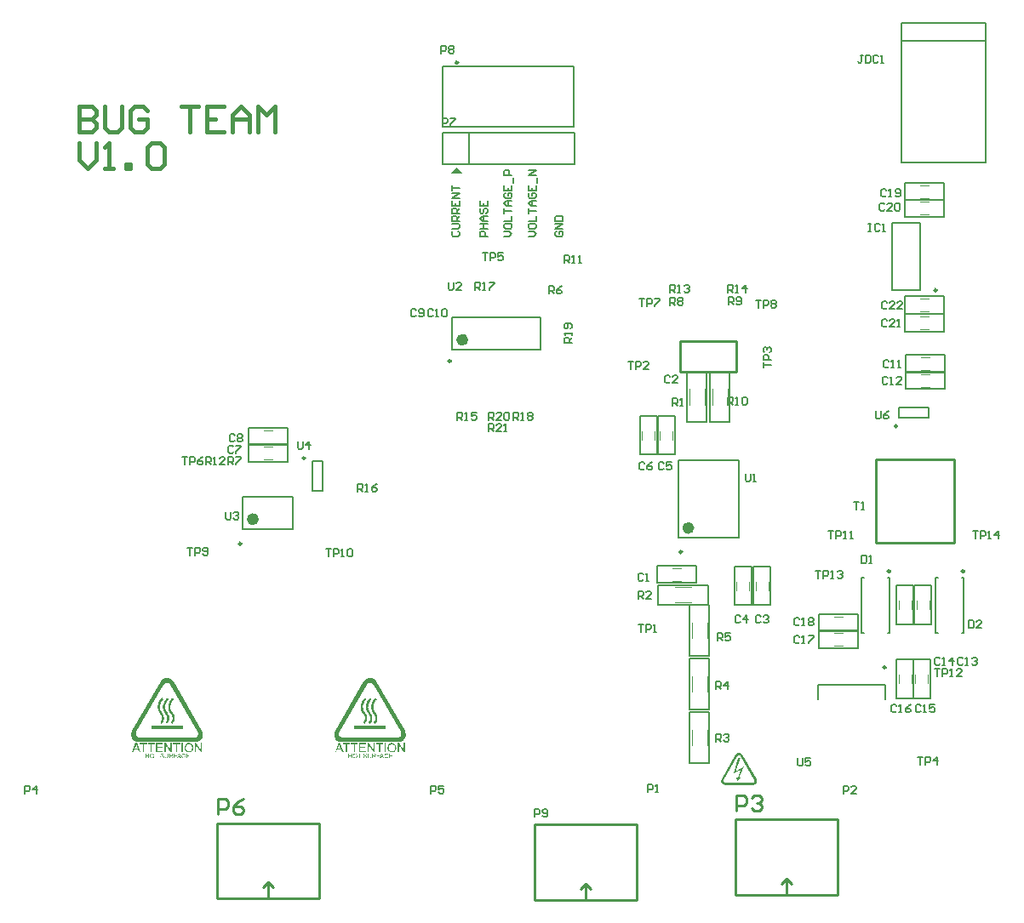
<source format=gto>
G04*
G04 #@! TF.GenerationSoftware,Altium Limited,Altium Designer,20.2.7 (254)*
G04*
G04 Layer_Color=65535*
%FSLAX24Y24*%
%MOIN*%
G70*
G04*
G04 #@! TF.SameCoordinates,C515DB23-E466-4867-BC0D-23839EB9CC1E*
G04*
G04*
G04 #@! TF.FilePolarity,Positive*
G04*
G01*
G75*
%ADD10C,0.0098*%
%ADD11C,0.0236*%
%ADD12C,0.0100*%
%ADD13C,0.0070*%
%ADD14C,0.0040*%
%ADD15C,0.0050*%
%ADD16C,0.0079*%
%ADD17C,0.0150*%
G36*
X17150Y29690D02*
X16900Y29440D01*
X17400D01*
X17150Y29690D01*
D02*
G37*
G36*
X28222Y6753D02*
X28235Y6749D01*
X28250Y6746D01*
X28266Y6738D01*
X28281Y6729D01*
X28298Y6716D01*
X28300Y6714D01*
X28303Y6711D01*
X28313Y6701D01*
X28314Y6699D01*
X28316Y6696D01*
X28324Y6685D01*
X28883Y5717D01*
X28885Y5715D01*
X28886Y5709D01*
X28890Y5698D01*
X28896Y5685D01*
X28899Y5670D01*
X28901Y5652D01*
Y5633D01*
X28899Y5613D01*
Y5611D01*
X28898Y5607D01*
X28896Y5600D01*
X28894Y5593D01*
Y5591D01*
X28892Y5587D01*
X28888Y5581D01*
X28885Y5572D01*
X28883D01*
X28881Y5570D01*
X28877Y5565D01*
X28872Y5556D01*
X28862Y5546D01*
X28851Y5535D01*
X28838Y5524D01*
X28822Y5515D01*
X28803Y5507D01*
X28801D01*
X28796Y5506D01*
X28788Y5504D01*
X28781D01*
X28779Y5502D01*
X28772D01*
X28762Y5500D01*
X27635D01*
X27624Y5502D01*
X27611Y5506D01*
X27594Y5509D01*
X27578Y5517D01*
X27561Y5526D01*
X27544Y5539D01*
X27543Y5541D01*
X27539Y5544D01*
X27530Y5554D01*
X27528Y5556D01*
X27526Y5559D01*
X27519Y5572D01*
X27517Y5574D01*
X27515Y5580D01*
X27511Y5589D01*
X27506Y5602D01*
X27502Y5617D01*
X27500Y5633D01*
Y5652D01*
X27502Y5672D01*
Y5674D01*
X27504Y5680D01*
X27506Y5687D01*
X27507Y5692D01*
Y5694D01*
X27509Y5698D01*
X27513Y5704D01*
X27517Y5711D01*
Y5713D01*
Y5715D01*
X27519D01*
X28076Y6681D01*
Y6683D01*
X28079Y6686D01*
X28087Y6698D01*
X28102Y6714D01*
X28118Y6729D01*
X28122Y6731D01*
X28129Y6735D01*
X28131Y6736D01*
X28135Y6738D01*
X28142Y6742D01*
X28150Y6746D01*
X28161Y6749D01*
X28174Y6751D01*
X28187Y6755D01*
X28211D01*
X28222Y6753D01*
D02*
G37*
G36*
X13794Y9690D02*
X13820Y9683D01*
X13850Y9675D01*
X13883Y9661D01*
X13913Y9642D01*
X13946Y9616D01*
X13950Y9612D01*
X13957Y9605D01*
X13976Y9586D01*
X13979Y9583D01*
X13983Y9575D01*
X13998Y9553D01*
X15116Y7616D01*
X15120Y7613D01*
X15124Y7602D01*
X15131Y7579D01*
X15142Y7554D01*
X15149Y7524D01*
X15153Y7487D01*
Y7450D01*
X15149Y7409D01*
Y7405D01*
X15146Y7398D01*
X15142Y7383D01*
X15138Y7368D01*
Y7365D01*
X15135Y7357D01*
X15127Y7346D01*
X15120Y7328D01*
X15116D01*
X15112Y7324D01*
X15105Y7313D01*
X15094Y7294D01*
X15075Y7276D01*
X15053Y7254D01*
X15027Y7231D01*
X14994Y7213D01*
X14957Y7198D01*
X14953D01*
X14942Y7194D01*
X14927Y7191D01*
X14912D01*
X14909Y7187D01*
X14894D01*
X14875Y7183D01*
X12620D01*
X12598Y7187D01*
X12572Y7194D01*
X12539Y7202D01*
X12506Y7217D01*
X12472Y7235D01*
X12439Y7261D01*
X12435Y7265D01*
X12428Y7272D01*
X12409Y7291D01*
X12406Y7294D01*
X12402Y7302D01*
X12387Y7328D01*
X12383Y7331D01*
X12380Y7342D01*
X12372Y7361D01*
X12361Y7387D01*
X12354Y7416D01*
X12350Y7450D01*
Y7487D01*
X12354Y7528D01*
Y7531D01*
X12357Y7542D01*
X12361Y7557D01*
X12365Y7568D01*
Y7572D01*
X12369Y7579D01*
X12376Y7591D01*
X12383Y7605D01*
Y7609D01*
Y7613D01*
X12387D01*
X13502Y9546D01*
Y9549D01*
X13509Y9557D01*
X13524Y9579D01*
X13553Y9612D01*
X13587Y9642D01*
X13594Y9646D01*
X13609Y9653D01*
X13613Y9657D01*
X13620Y9661D01*
X13635Y9668D01*
X13650Y9675D01*
X13672Y9683D01*
X13698Y9686D01*
X13724Y9694D01*
X13772D01*
X13794Y9690D01*
D02*
G37*
G36*
X15116Y6783D02*
X15068D01*
X14883Y7065D01*
Y6783D01*
X14838D01*
Y7139D01*
X14887D01*
X15072Y6861D01*
Y7139D01*
X15116D01*
Y6783D01*
D02*
G37*
G36*
X13935D02*
X13887D01*
X13698Y7065D01*
Y6783D01*
X13653D01*
Y7139D01*
X13702D01*
X13890Y6861D01*
Y7139D01*
X13935D01*
Y6783D01*
D02*
G37*
G36*
X14372D02*
X14324D01*
Y7139D01*
X14372D01*
Y6783D01*
D02*
G37*
G36*
X14268Y7098D02*
X14150D01*
Y6783D01*
X14102D01*
Y7098D01*
X13987D01*
Y7139D01*
X14268D01*
Y7098D01*
D02*
G37*
G36*
X13583D02*
X13372D01*
Y6987D01*
X13568D01*
Y6946D01*
X13372D01*
Y6824D01*
X13591D01*
Y6783D01*
X13324D01*
Y7139D01*
X13583D01*
Y7098D01*
D02*
G37*
G36*
X13276D02*
X13157D01*
Y6783D01*
X13113D01*
Y7098D01*
X12994D01*
Y7139D01*
X13276D01*
Y7098D01*
D02*
G37*
G36*
X12972D02*
X12857D01*
Y6783D01*
X12809D01*
Y7098D01*
X12691D01*
Y7139D01*
X12972D01*
Y7098D01*
D02*
G37*
G36*
X12717Y6783D02*
X12665D01*
X12624Y6891D01*
X12476D01*
X12435Y6783D01*
X12387D01*
X12520Y7139D01*
X12572D01*
X12717Y6783D01*
D02*
G37*
G36*
X14638Y7142D02*
X14668Y7135D01*
X14698Y7120D01*
X14705Y7117D01*
X14720Y7105D01*
X14738Y7083D01*
X14757Y7057D01*
Y7054D01*
X14761Y7050D01*
X14768Y7028D01*
X14775Y6998D01*
X14779Y6961D01*
Y6957D01*
Y6954D01*
X14775Y6928D01*
X14772Y6898D01*
X14757Y6865D01*
X14753Y6857D01*
X14742Y6839D01*
X14720Y6820D01*
X14694Y6802D01*
X14687Y6798D01*
X14668Y6791D01*
X14642Y6783D01*
X14609Y6780D01*
X14601D01*
X14579Y6783D01*
X14550Y6791D01*
X14520Y6802D01*
X14513Y6806D01*
X14498Y6820D01*
X14476Y6839D01*
X14457Y6868D01*
Y6872D01*
X14453Y6876D01*
X14450Y6894D01*
X14442Y6924D01*
X14438Y6957D01*
Y6961D01*
Y6972D01*
X14442Y6987D01*
X14446Y7009D01*
X14461Y7054D01*
X14472Y7076D01*
X14487Y7094D01*
X14490Y7098D01*
X14494Y7102D01*
X14505Y7109D01*
X14520Y7120D01*
X14557Y7139D01*
X14583Y7142D01*
X14609Y7146D01*
X14616D01*
X14638Y7142D01*
D02*
G37*
G36*
X13594Y6724D02*
X13598D01*
X13602Y6720D01*
X13616Y6706D01*
Y6702D01*
X13620Y6698D01*
X13624Y6676D01*
X13602D01*
Y6680D01*
Y6687D01*
X13598Y6694D01*
X13591Y6702D01*
X13587D01*
X13583Y6706D01*
X13561Y6709D01*
X13550D01*
X13539Y6706D01*
X13528Y6702D01*
X13524Y6698D01*
X13520Y6683D01*
Y6676D01*
X13524Y6665D01*
X13531Y6661D01*
X13542Y6657D01*
X13561Y6654D01*
X13565D01*
X13576Y6650D01*
X13591Y6646D01*
X13598Y6643D01*
X13602D01*
X13609Y6639D01*
X13616Y6631D01*
X13624Y6624D01*
X13628Y6617D01*
X13631Y6598D01*
Y6594D01*
Y6591D01*
X13628Y6580D01*
X13620Y6572D01*
X13616Y6569D01*
X13598Y6557D01*
X13594D01*
X13587Y6554D01*
X13565Y6550D01*
X13550D01*
X13524Y6557D01*
X13520D01*
X13516Y6561D01*
X13498Y6576D01*
Y6580D01*
X13494Y6583D01*
X13487Y6606D01*
X13513Y6609D01*
Y6602D01*
X13520Y6587D01*
X13524Y6583D01*
X13535Y6572D01*
X13591D01*
X13594Y6576D01*
X13602Y6583D01*
X13605Y6587D01*
X13609Y6598D01*
Y6602D01*
X13602Y6613D01*
X13598Y6617D01*
X13587Y6624D01*
X13583D01*
X13572Y6628D01*
X13553Y6631D01*
X13550D01*
X13542Y6635D01*
X13531Y6639D01*
X13520Y6643D01*
X13513Y6646D01*
X13502Y6661D01*
X13498Y6665D01*
X13494Y6680D01*
Y6683D01*
Y6687D01*
X13502Y6706D01*
Y6709D01*
X13509Y6713D01*
X13524Y6724D01*
X13528D01*
X13535Y6728D01*
X13557Y6731D01*
X13572D01*
X13594Y6724D01*
D02*
G37*
G36*
X14431D02*
X14446Y6717D01*
X14450Y6713D01*
X14453Y6706D01*
X14461Y6694D01*
X14468Y6680D01*
X14446Y6672D01*
Y6676D01*
X14442Y6683D01*
X14427Y6702D01*
X14420Y6706D01*
X14401Y6709D01*
X14390D01*
X14364Y6702D01*
Y6698D01*
X14357Y6694D01*
X14346Y6672D01*
Y6668D01*
X14342Y6661D01*
X14339Y6639D01*
Y6635D01*
Y6628D01*
X14346Y6602D01*
Y6598D01*
X14353Y6591D01*
X14357Y6583D01*
X14368Y6576D01*
X14379D01*
X14398Y6572D01*
X14409D01*
X14431Y6580D01*
X14435Y6583D01*
X14438Y6587D01*
X14446Y6598D01*
X14450Y6613D01*
X14472Y6606D01*
Y6602D01*
X14464Y6591D01*
X14457Y6576D01*
X14446Y6569D01*
X14442Y6565D01*
X14435Y6561D01*
X14420Y6554D01*
X14401Y6550D01*
X14398D01*
X14383Y6554D01*
X14368Y6557D01*
X14353Y6565D01*
X14350D01*
X14342Y6572D01*
X14335Y6580D01*
X14324Y6591D01*
Y6594D01*
X14320Y6606D01*
X14316Y6620D01*
Y6639D01*
Y6643D01*
Y6657D01*
X14320Y6672D01*
X14327Y6687D01*
Y6691D01*
X14335Y6698D01*
X14342Y6709D01*
X14357Y6720D01*
X14361Y6724D01*
X14368Y6728D01*
X14383Y6731D01*
X14416D01*
X14431Y6724D01*
D02*
G37*
G36*
X13050Y6554D02*
X13024D01*
Y6635D01*
X12931D01*
Y6554D01*
X12909D01*
Y6728D01*
X12931D01*
Y6654D01*
X13024D01*
Y6728D01*
X13050D01*
Y6554D01*
D02*
G37*
G36*
X13802Y6624D02*
Y6620D01*
Y6609D01*
X13798Y6594D01*
X13794Y6583D01*
X13790Y6576D01*
X13783Y6569D01*
X13772Y6561D01*
X13768D01*
X13761Y6557D01*
X13750Y6554D01*
X13731Y6550D01*
X13716D01*
X13702Y6554D01*
X13690Y6561D01*
X13687D01*
X13683Y6565D01*
X13668Y6580D01*
Y6583D01*
X13665Y6591D01*
X13661Y6606D01*
Y6624D01*
Y6728D01*
X13687D01*
Y6624D01*
Y6620D01*
Y6609D01*
Y6598D01*
X13690Y6591D01*
X13694Y6583D01*
X13705Y6572D01*
X13746D01*
X13757Y6576D01*
X13768Y6580D01*
X13772Y6583D01*
X13776Y6591D01*
X13779Y6602D01*
Y6624D01*
Y6728D01*
X13802D01*
Y6624D01*
D02*
G37*
G36*
X14631Y6706D02*
X14527D01*
Y6654D01*
X14624D01*
Y6631D01*
X14527D01*
Y6572D01*
X14635D01*
Y6554D01*
X14501D01*
Y6728D01*
X14631D01*
Y6706D01*
D02*
G37*
G36*
X14305Y6554D02*
X14276D01*
X14257Y6602D01*
X14183D01*
X14164Y6554D01*
X14139D01*
X14205Y6728D01*
X14231D01*
X14305Y6554D01*
D02*
G37*
G36*
X14139Y6706D02*
X14042D01*
Y6650D01*
X14127D01*
Y6631D01*
X14042D01*
Y6554D01*
X14020D01*
Y6728D01*
X14139D01*
Y6706D01*
D02*
G37*
G36*
X13957Y6724D02*
X13961D01*
X13965Y6720D01*
X13976Y6706D01*
Y6702D01*
X13979Y6698D01*
X13983Y6680D01*
Y6676D01*
Y6668D01*
X13979Y6657D01*
X13972Y6646D01*
X13968D01*
X13961Y6639D01*
X13950Y6635D01*
X13935Y6631D01*
X13939Y6628D01*
X13946Y6620D01*
X13953Y6617D01*
X13968Y6598D01*
X13998Y6554D01*
X13968D01*
X13946Y6587D01*
X13942Y6591D01*
X13939Y6598D01*
X13931Y6606D01*
X13927Y6613D01*
X13924Y6617D01*
X13916Y6624D01*
X13913D01*
X13905Y6628D01*
X13865D01*
Y6554D01*
X13842D01*
Y6728D01*
X13935D01*
X13957Y6724D01*
D02*
G37*
G36*
X13409Y6706D02*
X13350D01*
Y6554D01*
X13328D01*
Y6706D01*
X13268D01*
Y6728D01*
X13409D01*
Y6706D01*
D02*
G37*
G36*
X13194Y6724D02*
X13209Y6717D01*
X13213D01*
X13220Y6709D01*
X13231Y6702D01*
X13242Y6687D01*
Y6683D01*
X13246Y6672D01*
X13250Y6657D01*
Y6639D01*
Y6635D01*
Y6620D01*
X13246Y6606D01*
X13239Y6591D01*
X13235Y6587D01*
X13231Y6580D01*
X13209Y6561D01*
X13205D01*
X13194Y6557D01*
X13179Y6554D01*
X13165Y6550D01*
X13161D01*
X13150Y6554D01*
X13135Y6557D01*
X13120Y6565D01*
X13117D01*
X13109Y6572D01*
X13102Y6580D01*
X13091Y6591D01*
Y6594D01*
X13087Y6606D01*
X13083Y6620D01*
X13079Y6635D01*
Y6639D01*
Y6643D01*
X13083Y6661D01*
X13091Y6683D01*
X13105Y6706D01*
X13109Y6709D01*
X13120Y6720D01*
X13139Y6728D01*
X13165Y6731D01*
X13179D01*
X13194Y6724D01*
D02*
G37*
G36*
X5844Y9690D02*
X5870Y9683D01*
X5900Y9675D01*
X5933Y9661D01*
X5963Y9642D01*
X5996Y9616D01*
X6000Y9612D01*
X6007Y9605D01*
X6026Y9586D01*
X6029Y9583D01*
X6033Y9575D01*
X6048Y9553D01*
X7166Y7616D01*
X7170Y7613D01*
X7174Y7602D01*
X7181Y7579D01*
X7192Y7554D01*
X7199Y7524D01*
X7203Y7487D01*
Y7450D01*
X7199Y7409D01*
Y7405D01*
X7196Y7398D01*
X7192Y7383D01*
X7188Y7368D01*
Y7365D01*
X7185Y7357D01*
X7177Y7346D01*
X7170Y7328D01*
X7166D01*
X7162Y7324D01*
X7155Y7313D01*
X7144Y7294D01*
X7125Y7276D01*
X7103Y7254D01*
X7077Y7231D01*
X7044Y7213D01*
X7007Y7198D01*
X7003D01*
X6992Y7194D01*
X6977Y7191D01*
X6962D01*
X6959Y7187D01*
X6944D01*
X6925Y7183D01*
X4670D01*
X4648Y7187D01*
X4622Y7194D01*
X4589Y7202D01*
X4556Y7217D01*
X4522Y7235D01*
X4489Y7261D01*
X4485Y7265D01*
X4478Y7272D01*
X4459Y7291D01*
X4456Y7294D01*
X4452Y7302D01*
X4437Y7328D01*
X4433Y7331D01*
X4430Y7342D01*
X4422Y7361D01*
X4411Y7387D01*
X4404Y7416D01*
X4400Y7450D01*
Y7487D01*
X4404Y7528D01*
Y7531D01*
X4407Y7542D01*
X4411Y7557D01*
X4415Y7568D01*
Y7572D01*
X4419Y7579D01*
X4426Y7591D01*
X4433Y7605D01*
Y7609D01*
Y7613D01*
X4437D01*
X5552Y9546D01*
Y9549D01*
X5559Y9557D01*
X5574Y9579D01*
X5603Y9612D01*
X5637Y9642D01*
X5644Y9646D01*
X5659Y9653D01*
X5663Y9657D01*
X5670Y9661D01*
X5685Y9668D01*
X5700Y9675D01*
X5722Y9683D01*
X5748Y9686D01*
X5774Y9694D01*
X5822D01*
X5844Y9690D01*
D02*
G37*
G36*
X7166Y6783D02*
X7118D01*
X6933Y7065D01*
Y6783D01*
X6888D01*
Y7139D01*
X6937D01*
X7122Y6861D01*
Y7139D01*
X7166D01*
Y6783D01*
D02*
G37*
G36*
X5985D02*
X5937D01*
X5748Y7065D01*
Y6783D01*
X5703D01*
Y7139D01*
X5752D01*
X5940Y6861D01*
Y7139D01*
X5985D01*
Y6783D01*
D02*
G37*
G36*
X6422D02*
X6374D01*
Y7139D01*
X6422D01*
Y6783D01*
D02*
G37*
G36*
X6318Y7098D02*
X6200D01*
Y6783D01*
X6152D01*
Y7098D01*
X6037D01*
Y7139D01*
X6318D01*
Y7098D01*
D02*
G37*
G36*
X5633D02*
X5422D01*
Y6987D01*
X5618D01*
Y6946D01*
X5422D01*
Y6824D01*
X5641D01*
Y6783D01*
X5374D01*
Y7139D01*
X5633D01*
Y7098D01*
D02*
G37*
G36*
X5326D02*
X5207D01*
Y6783D01*
X5163D01*
Y7098D01*
X5044D01*
Y7139D01*
X5326D01*
Y7098D01*
D02*
G37*
G36*
X5022D02*
X4907D01*
Y6783D01*
X4859D01*
Y7098D01*
X4741D01*
Y7139D01*
X5022D01*
Y7098D01*
D02*
G37*
G36*
X4767Y6783D02*
X4715D01*
X4674Y6891D01*
X4526D01*
X4485Y6783D01*
X4437D01*
X4570Y7139D01*
X4622D01*
X4767Y6783D01*
D02*
G37*
G36*
X6688Y7142D02*
X6718Y7135D01*
X6748Y7120D01*
X6755Y7117D01*
X6770Y7105D01*
X6788Y7083D01*
X6807Y7057D01*
Y7054D01*
X6811Y7050D01*
X6818Y7028D01*
X6825Y6998D01*
X6829Y6961D01*
Y6957D01*
Y6954D01*
X6825Y6928D01*
X6822Y6898D01*
X6807Y6865D01*
X6803Y6857D01*
X6792Y6839D01*
X6770Y6820D01*
X6744Y6802D01*
X6737Y6798D01*
X6718Y6791D01*
X6692Y6783D01*
X6659Y6780D01*
X6651D01*
X6629Y6783D01*
X6600Y6791D01*
X6570Y6802D01*
X6563Y6806D01*
X6548Y6820D01*
X6526Y6839D01*
X6507Y6868D01*
Y6872D01*
X6503Y6876D01*
X6500Y6894D01*
X6492Y6924D01*
X6488Y6957D01*
Y6961D01*
Y6972D01*
X6492Y6987D01*
X6496Y7009D01*
X6511Y7054D01*
X6522Y7076D01*
X6537Y7094D01*
X6540Y7098D01*
X6544Y7102D01*
X6555Y7109D01*
X6570Y7120D01*
X6607Y7139D01*
X6633Y7142D01*
X6659Y7146D01*
X6666D01*
X6688Y7142D01*
D02*
G37*
G36*
X5644Y6724D02*
X5648D01*
X5652Y6720D01*
X5666Y6706D01*
Y6702D01*
X5670Y6698D01*
X5674Y6676D01*
X5652D01*
Y6680D01*
Y6687D01*
X5648Y6694D01*
X5641Y6702D01*
X5637D01*
X5633Y6706D01*
X5611Y6709D01*
X5600D01*
X5589Y6706D01*
X5578Y6702D01*
X5574Y6698D01*
X5570Y6683D01*
Y6676D01*
X5574Y6665D01*
X5581Y6661D01*
X5592Y6657D01*
X5611Y6654D01*
X5615D01*
X5626Y6650D01*
X5641Y6646D01*
X5648Y6643D01*
X5652D01*
X5659Y6639D01*
X5666Y6631D01*
X5674Y6624D01*
X5678Y6617D01*
X5681Y6598D01*
Y6594D01*
Y6591D01*
X5678Y6580D01*
X5670Y6572D01*
X5666Y6569D01*
X5648Y6557D01*
X5644D01*
X5637Y6554D01*
X5615Y6550D01*
X5600D01*
X5574Y6557D01*
X5570D01*
X5566Y6561D01*
X5548Y6576D01*
Y6580D01*
X5544Y6583D01*
X5537Y6606D01*
X5563Y6609D01*
Y6602D01*
X5570Y6587D01*
X5574Y6583D01*
X5585Y6572D01*
X5641D01*
X5644Y6576D01*
X5652Y6583D01*
X5655Y6587D01*
X5659Y6598D01*
Y6602D01*
X5652Y6613D01*
X5648Y6617D01*
X5637Y6624D01*
X5633D01*
X5622Y6628D01*
X5603Y6631D01*
X5600D01*
X5592Y6635D01*
X5581Y6639D01*
X5570Y6643D01*
X5563Y6646D01*
X5552Y6661D01*
X5548Y6665D01*
X5544Y6680D01*
Y6683D01*
Y6687D01*
X5552Y6706D01*
Y6709D01*
X5559Y6713D01*
X5574Y6724D01*
X5578D01*
X5585Y6728D01*
X5607Y6731D01*
X5622D01*
X5644Y6724D01*
D02*
G37*
G36*
X6481D02*
X6496Y6717D01*
X6500Y6713D01*
X6503Y6706D01*
X6511Y6694D01*
X6518Y6680D01*
X6496Y6672D01*
Y6676D01*
X6492Y6683D01*
X6477Y6702D01*
X6470Y6706D01*
X6451Y6709D01*
X6440D01*
X6414Y6702D01*
Y6698D01*
X6407Y6694D01*
X6396Y6672D01*
Y6668D01*
X6392Y6661D01*
X6389Y6639D01*
Y6635D01*
Y6628D01*
X6396Y6602D01*
Y6598D01*
X6403Y6591D01*
X6407Y6583D01*
X6418Y6576D01*
X6429D01*
X6448Y6572D01*
X6459D01*
X6481Y6580D01*
X6485Y6583D01*
X6488Y6587D01*
X6496Y6598D01*
X6500Y6613D01*
X6522Y6606D01*
Y6602D01*
X6514Y6591D01*
X6507Y6576D01*
X6496Y6569D01*
X6492Y6565D01*
X6485Y6561D01*
X6470Y6554D01*
X6451Y6550D01*
X6448D01*
X6433Y6554D01*
X6418Y6557D01*
X6403Y6565D01*
X6400D01*
X6392Y6572D01*
X6385Y6580D01*
X6374Y6591D01*
Y6594D01*
X6370Y6606D01*
X6366Y6620D01*
Y6639D01*
Y6643D01*
Y6657D01*
X6370Y6672D01*
X6377Y6687D01*
Y6691D01*
X6385Y6698D01*
X6392Y6709D01*
X6407Y6720D01*
X6411Y6724D01*
X6418Y6728D01*
X6433Y6731D01*
X6466D01*
X6481Y6724D01*
D02*
G37*
G36*
X5100Y6554D02*
X5074D01*
Y6635D01*
X4981D01*
Y6554D01*
X4959D01*
Y6728D01*
X4981D01*
Y6654D01*
X5074D01*
Y6728D01*
X5100D01*
Y6554D01*
D02*
G37*
G36*
X5852Y6624D02*
Y6620D01*
Y6609D01*
X5848Y6594D01*
X5844Y6583D01*
X5840Y6576D01*
X5833Y6569D01*
X5822Y6561D01*
X5818D01*
X5811Y6557D01*
X5800Y6554D01*
X5781Y6550D01*
X5766D01*
X5752Y6554D01*
X5740Y6561D01*
X5737D01*
X5733Y6565D01*
X5718Y6580D01*
Y6583D01*
X5715Y6591D01*
X5711Y6606D01*
Y6624D01*
Y6728D01*
X5737D01*
Y6624D01*
Y6620D01*
Y6609D01*
Y6598D01*
X5740Y6591D01*
X5744Y6583D01*
X5755Y6572D01*
X5796D01*
X5807Y6576D01*
X5818Y6580D01*
X5822Y6583D01*
X5826Y6591D01*
X5829Y6602D01*
Y6624D01*
Y6728D01*
X5852D01*
Y6624D01*
D02*
G37*
G36*
X6681Y6706D02*
X6577D01*
Y6654D01*
X6674D01*
Y6631D01*
X6577D01*
Y6572D01*
X6685D01*
Y6554D01*
X6551D01*
Y6728D01*
X6681D01*
Y6706D01*
D02*
G37*
G36*
X6355Y6554D02*
X6326D01*
X6307Y6602D01*
X6233D01*
X6214Y6554D01*
X6189D01*
X6255Y6728D01*
X6281D01*
X6355Y6554D01*
D02*
G37*
G36*
X6189Y6706D02*
X6092D01*
Y6650D01*
X6177D01*
Y6631D01*
X6092D01*
Y6554D01*
X6070D01*
Y6728D01*
X6189D01*
Y6706D01*
D02*
G37*
G36*
X6007Y6724D02*
X6011D01*
X6015Y6720D01*
X6026Y6706D01*
Y6702D01*
X6029Y6698D01*
X6033Y6680D01*
Y6676D01*
Y6668D01*
X6029Y6657D01*
X6022Y6646D01*
X6018D01*
X6011Y6639D01*
X6000Y6635D01*
X5985Y6631D01*
X5989Y6628D01*
X5996Y6620D01*
X6003Y6617D01*
X6018Y6598D01*
X6048Y6554D01*
X6018D01*
X5996Y6587D01*
X5992Y6591D01*
X5989Y6598D01*
X5981Y6606D01*
X5977Y6613D01*
X5974Y6617D01*
X5966Y6624D01*
X5963D01*
X5955Y6628D01*
X5915D01*
Y6554D01*
X5892D01*
Y6728D01*
X5985D01*
X6007Y6724D01*
D02*
G37*
G36*
X5459Y6706D02*
X5400D01*
Y6554D01*
X5378D01*
Y6706D01*
X5318D01*
Y6728D01*
X5459D01*
Y6706D01*
D02*
G37*
G36*
X5244Y6724D02*
X5259Y6717D01*
X5263D01*
X5270Y6709D01*
X5281Y6702D01*
X5292Y6687D01*
Y6683D01*
X5296Y6672D01*
X5300Y6657D01*
Y6639D01*
Y6635D01*
Y6620D01*
X5296Y6606D01*
X5289Y6591D01*
X5285Y6587D01*
X5281Y6580D01*
X5259Y6561D01*
X5255D01*
X5244Y6557D01*
X5229Y6554D01*
X5215Y6550D01*
X5211D01*
X5200Y6554D01*
X5185Y6557D01*
X5170Y6565D01*
X5167D01*
X5159Y6572D01*
X5152Y6580D01*
X5141Y6591D01*
Y6594D01*
X5137Y6606D01*
X5133Y6620D01*
X5129Y6635D01*
Y6639D01*
Y6643D01*
X5133Y6661D01*
X5141Y6683D01*
X5155Y6706D01*
X5159Y6709D01*
X5170Y6720D01*
X5189Y6728D01*
X5215Y6731D01*
X5229D01*
X5244Y6724D01*
D02*
G37*
%LPC*%
G36*
X28202Y6661D02*
X28198D01*
X28189Y6659D01*
X28176Y6657D01*
X28161Y6649D01*
Y6648D01*
X28159Y6646D01*
X28155D01*
X28153Y6644D01*
X28148Y6638D01*
X28140Y6631D01*
X28133Y6620D01*
X27602Y5702D01*
Y5700D01*
Y5698D01*
X27600Y5696D01*
X27598Y5689D01*
Y5687D01*
X27596Y5685D01*
X27594Y5678D01*
Y5676D01*
Y5672D01*
X27593Y5668D01*
Y5661D01*
X27594Y5643D01*
X27598Y5633D01*
X27602Y5624D01*
X27604Y5620D01*
X27609Y5615D01*
X27611Y5613D01*
X27617Y5606D01*
X27618D01*
X27620Y5602D01*
X27631Y5596D01*
X27648Y5589D01*
X27659Y5587D01*
X27670Y5585D01*
X28733D01*
Y5587D01*
X28748D01*
X28753Y5589D01*
X28757Y5591D01*
X28755Y5589D01*
X28757D01*
X28761Y5591D01*
X28772Y5596D01*
X28785Y5607D01*
X28799Y5624D01*
X28801Y5628D01*
X28805Y5635D01*
X28807Y5648D01*
X28809Y5663D01*
Y5665D01*
Y5670D01*
Y5674D01*
X28807Y5681D01*
X28803Y5691D01*
X28798Y5702D01*
Y5704D01*
X28266Y6622D01*
Y6624D01*
X28264Y6625D01*
X28261Y6631D01*
X28259Y6633D01*
X28253Y6638D01*
X28252Y6640D01*
X28250Y6642D01*
X28239Y6649D01*
X28222Y6655D01*
X28213Y6659D01*
X28202D01*
Y6661D01*
D02*
G37*
%LPD*%
G36*
X28048Y6029D02*
X28396Y6209D01*
X28183Y5768D01*
X28261Y5787D01*
X28133Y5639D01*
X28105Y5817D01*
X28163Y5772D01*
X28246Y6089D01*
X27978Y5957D01*
X28150Y6551D01*
X28276Y6555D01*
X28048Y6029D01*
D02*
G37*
%LPC*%
G36*
X13753Y9505D02*
X13746D01*
X13728Y9501D01*
X13702Y9498D01*
X13672Y9483D01*
X13668Y9479D01*
X13665Y9475D01*
X13661D01*
X13657Y9472D01*
X13646Y9461D01*
X13631Y9446D01*
X13616Y9424D01*
X12554Y7587D01*
Y7583D01*
Y7579D01*
X12550Y7576D01*
X12546Y7561D01*
X12543Y7557D01*
X12539Y7539D01*
Y7535D01*
Y7528D01*
X12535Y7516D01*
Y7502D01*
X12539Y7468D01*
X12554Y7431D01*
X12557D01*
X12561Y7424D01*
X12568Y7413D01*
X12572Y7409D01*
X12583Y7394D01*
X12587D01*
X12591Y7387D01*
X12613Y7376D01*
X12646Y7361D01*
X12668Y7357D01*
X12691Y7354D01*
X14816D01*
Y7357D01*
X14842D01*
X14850Y7361D01*
X14864D01*
X14872Y7365D01*
X14894Y7376D01*
X14920Y7398D01*
X14950Y7431D01*
X14953Y7439D01*
X14961Y7454D01*
X14964Y7479D01*
X14968Y7509D01*
Y7513D01*
Y7524D01*
Y7531D01*
X14964Y7546D01*
X14957Y7565D01*
X14946Y7587D01*
Y7591D01*
X13887Y9427D01*
X13883D01*
X13879Y9431D01*
X13872Y9446D01*
Y9449D01*
X13865Y9453D01*
X13857Y9461D01*
X13853Y9464D01*
X13850Y9468D01*
X13828Y9483D01*
X13794Y9494D01*
X13776Y9501D01*
X13753D01*
Y9505D01*
D02*
G37*
%LPD*%
G36*
X13998Y8894D02*
X14027Y8857D01*
X14024Y8853D01*
X14013Y8846D01*
X13998Y8835D01*
X13979Y8816D01*
X13976Y8813D01*
X13968Y8801D01*
X13953Y8783D01*
X13939Y8761D01*
X13935Y8753D01*
X13924Y8731D01*
X13909Y8698D01*
X13894Y8657D01*
X13883Y8605D01*
X13879Y8550D01*
X13890Y8487D01*
X13898Y8457D01*
X13913Y8424D01*
X13916Y8420D01*
X13924Y8405D01*
X13939Y8383D01*
X13961Y8350D01*
X13965Y8342D01*
X13979Y8324D01*
X13994Y8298D01*
X14013Y8268D01*
X14016Y8261D01*
X14027Y8239D01*
X14035Y8205D01*
X14042Y8157D01*
Y8153D01*
Y8146D01*
Y8120D01*
Y8116D01*
Y8105D01*
Y8090D01*
X14039Y8079D01*
Y8072D01*
X14035Y8057D01*
X14027Y8031D01*
X14020Y8002D01*
X14005Y7972D01*
X13987Y7942D01*
X13965Y7920D01*
X13935Y7905D01*
X13909Y7983D01*
X13916Y7987D01*
X13920Y7990D01*
X13927Y8002D01*
X13935Y8013D01*
X13946Y8035D01*
X13953Y8057D01*
X13961Y8090D01*
Y8094D01*
Y8102D01*
Y8113D01*
Y8120D01*
Y8124D01*
Y8131D01*
Y8142D01*
Y8150D01*
Y8153D01*
X13957Y8161D01*
Y8176D01*
X13950Y8194D01*
X13942Y8216D01*
X13931Y8242D01*
X13913Y8268D01*
X13894Y8298D01*
Y8302D01*
X13887Y8305D01*
X13872Y8327D01*
X13853Y8357D01*
X13839Y8387D01*
X13835Y8390D01*
X13831Y8405D01*
X13820Y8427D01*
X13813Y8457D01*
X13805Y8490D01*
X13798Y8527D01*
X13794Y8568D01*
X13798Y8609D01*
Y8613D01*
X13802Y8627D01*
X13805Y8650D01*
X13813Y8676D01*
X13824Y8705D01*
X13835Y8738D01*
X13853Y8776D01*
X13872Y8809D01*
X13876Y8816D01*
X13887Y8831D01*
X13902Y8850D01*
X13920Y8872D01*
X13924Y8875D01*
X13939Y8887D01*
X13957Y8905D01*
X13979Y8924D01*
X13998Y8894D01*
D02*
G37*
G36*
X13794D02*
X13820Y8857D01*
X13816Y8853D01*
X13805Y8846D01*
X13790Y8831D01*
X13772Y8816D01*
X13768Y8813D01*
X13761Y8801D01*
X13750Y8783D01*
X13735Y8761D01*
X13731Y8753D01*
X13720Y8731D01*
X13705Y8698D01*
X13690Y8657D01*
X13679Y8605D01*
X13676Y8550D01*
X13687Y8487D01*
X13694Y8457D01*
X13709Y8424D01*
X13713Y8420D01*
X13720Y8405D01*
X13735Y8379D01*
X13757Y8350D01*
X13761Y8342D01*
X13772Y8324D01*
X13787Y8298D01*
X13805Y8268D01*
X13809Y8261D01*
X13820Y8239D01*
X13831Y8205D01*
X13839Y8157D01*
Y8153D01*
Y8150D01*
Y8139D01*
Y8120D01*
Y8116D01*
Y8105D01*
X13835Y8090D01*
Y8079D01*
Y8072D01*
X13831Y8057D01*
X13824Y8031D01*
X13813Y8002D01*
X13798Y7972D01*
X13779Y7942D01*
X13757Y7920D01*
X13728Y7905D01*
X13702Y7983D01*
X13709Y7987D01*
X13713Y7990D01*
X13724Y8002D01*
X13731Y8013D01*
X13739Y8035D01*
X13746Y8057D01*
X13753Y8090D01*
Y8094D01*
Y8102D01*
Y8120D01*
Y8124D01*
Y8131D01*
Y8150D01*
Y8153D01*
Y8161D01*
X13750Y8176D01*
X13746Y8194D01*
X13735Y8216D01*
X13724Y8242D01*
X13709Y8268D01*
X13690Y8298D01*
Y8302D01*
X13683Y8309D01*
X13668Y8331D01*
X13650Y8361D01*
X13635Y8387D01*
X13631Y8390D01*
X13628Y8405D01*
X13616Y8427D01*
X13609Y8457D01*
X13598Y8490D01*
X13591Y8527D01*
X13587Y8568D01*
X13591Y8609D01*
Y8613D01*
X13594Y8627D01*
X13598Y8650D01*
X13605Y8676D01*
X13616Y8705D01*
X13631Y8738D01*
X13665Y8809D01*
X13668Y8816D01*
X13679Y8831D01*
X13694Y8850D01*
X13713Y8872D01*
X13716Y8875D01*
X13731Y8890D01*
X13750Y8905D01*
X13772Y8924D01*
X13794Y8894D01*
D02*
G37*
G36*
X13587D02*
X13616Y8857D01*
X13613D01*
X13609Y8853D01*
X13598Y8846D01*
X13583Y8831D01*
X13568Y8816D01*
X13565Y8813D01*
X13553Y8801D01*
X13542Y8783D01*
X13528Y8761D01*
X13524Y8753D01*
X13513Y8731D01*
X13498Y8698D01*
X13483Y8657D01*
X13472Y8605D01*
X13468Y8550D01*
X13479Y8487D01*
X13487Y8457D01*
X13502Y8424D01*
X13505Y8420D01*
X13513Y8405D01*
X13528Y8383D01*
X13550Y8350D01*
X13553Y8342D01*
X13565Y8324D01*
X13579Y8298D01*
X13598Y8268D01*
X13602Y8261D01*
X13613Y8239D01*
X13624Y8205D01*
X13631Y8157D01*
Y8153D01*
Y8142D01*
Y8131D01*
Y8120D01*
Y8116D01*
Y8105D01*
Y8090D01*
X13628Y8079D01*
Y8072D01*
X13624Y8057D01*
X13616Y8031D01*
X13605Y8002D01*
X13591Y7972D01*
X13572Y7942D01*
X13550Y7920D01*
X13520Y7905D01*
X13494Y7983D01*
X13502Y7987D01*
X13505Y7990D01*
X13516Y8002D01*
X13524Y8013D01*
X13531Y8035D01*
X13539Y8057D01*
X13546Y8090D01*
Y8094D01*
X13550Y8102D01*
Y8120D01*
Y8124D01*
Y8127D01*
Y8150D01*
Y8153D01*
X13546Y8161D01*
Y8176D01*
X13539Y8194D01*
X13531Y8216D01*
X13520Y8242D01*
X13502Y8268D01*
X13483Y8298D01*
Y8302D01*
X13476Y8305D01*
X13461Y8327D01*
X13442Y8357D01*
X13428Y8387D01*
X13424Y8390D01*
X13420Y8405D01*
X13409Y8427D01*
X13402Y8457D01*
X13394Y8490D01*
X13387Y8527D01*
X13383Y8568D01*
X13387Y8609D01*
Y8613D01*
X13391Y8627D01*
X13394Y8650D01*
X13402Y8676D01*
X13409Y8705D01*
X13424Y8738D01*
X13439Y8776D01*
X13457Y8809D01*
X13461Y8816D01*
X13472Y8831D01*
X13487Y8850D01*
X13505Y8872D01*
X13513Y8879D01*
X13524Y8890D01*
X13546Y8909D01*
X13565Y8924D01*
X13587Y8894D01*
D02*
G37*
G36*
X14372Y7705D02*
X13131D01*
Y7809D01*
X14372D01*
Y7705D01*
D02*
G37*
%LPC*%
G36*
X12546Y7102D02*
Y7094D01*
X12543Y7080D01*
X12535Y7061D01*
X12528Y7035D01*
X12487Y6931D01*
X12609D01*
X12572Y7028D01*
Y7031D01*
X12568Y7035D01*
X12561Y7054D01*
X12554Y7076D01*
X12546Y7102D01*
D02*
G37*
G36*
X14609Y7105D02*
X14601D01*
X14579Y7102D01*
X14550Y7091D01*
X14524Y7072D01*
X14516Y7065D01*
X14505Y7042D01*
X14498Y7028D01*
X14494Y7009D01*
X14487Y6983D01*
Y6957D01*
Y6954D01*
Y6946D01*
X14490Y6935D01*
Y6920D01*
X14501Y6887D01*
X14520Y6854D01*
X14527Y6846D01*
X14546Y6835D01*
X14572Y6824D01*
X14609Y6817D01*
X14616D01*
X14638Y6820D01*
X14668Y6831D01*
X14694Y6854D01*
Y6857D01*
X14701Y6861D01*
X14713Y6883D01*
X14724Y6917D01*
X14731Y6961D01*
Y6965D01*
Y6968D01*
Y6987D01*
X14724Y7009D01*
X14716Y7035D01*
X14713Y7042D01*
X14705Y7054D01*
X14690Y7072D01*
X14672Y7087D01*
X14668Y7091D01*
X14653Y7098D01*
X14631Y7102D01*
X14609Y7105D01*
D02*
G37*
G36*
X14216Y6709D02*
Y6706D01*
Y6698D01*
X14209Y6676D01*
X14190Y6624D01*
X14250D01*
X14231Y6672D01*
Y6676D01*
X14224Y6687D01*
X14216Y6709D01*
D02*
G37*
G36*
X13931D02*
X13865D01*
Y6650D01*
X13924D01*
X13939Y6654D01*
X13942D01*
X13946Y6657D01*
X13953Y6665D01*
X13957Y6668D01*
Y6680D01*
Y6683D01*
Y6687D01*
X13950Y6698D01*
X13946Y6702D01*
X13942Y6706D01*
X13931Y6709D01*
D02*
G37*
G36*
X13165D02*
X13150D01*
X13139Y6702D01*
X13124Y6694D01*
X13120Y6691D01*
X13117Y6680D01*
X13109Y6661D01*
X13105Y6635D01*
Y6631D01*
X13109Y6617D01*
X13113Y6598D01*
X13124Y6583D01*
X13128D01*
X13135Y6580D01*
X13146Y6576D01*
X13165Y6572D01*
X13168D01*
X13183Y6576D01*
X13194Y6580D01*
X13209Y6587D01*
X13213Y6591D01*
X13220Y6602D01*
X13224Y6617D01*
X13228Y6639D01*
Y6643D01*
Y6654D01*
X13220Y6676D01*
Y6680D01*
X13217Y6683D01*
X13198Y6702D01*
X13194D01*
X13187Y6706D01*
X13165Y6709D01*
D02*
G37*
G36*
X5803Y9505D02*
X5796D01*
X5778Y9501D01*
X5752Y9498D01*
X5722Y9483D01*
X5718Y9479D01*
X5715Y9475D01*
X5711D01*
X5707Y9472D01*
X5696Y9461D01*
X5681Y9446D01*
X5666Y9424D01*
X4604Y7587D01*
Y7583D01*
Y7579D01*
X4600Y7576D01*
X4596Y7561D01*
X4593Y7557D01*
X4589Y7539D01*
Y7535D01*
Y7528D01*
X4585Y7516D01*
Y7502D01*
X4589Y7468D01*
X4604Y7431D01*
X4607D01*
X4611Y7424D01*
X4618Y7413D01*
X4622Y7409D01*
X4633Y7394D01*
X4637D01*
X4641Y7387D01*
X4663Y7376D01*
X4696Y7361D01*
X4718Y7357D01*
X4741Y7354D01*
X6866D01*
Y7357D01*
X6892D01*
X6900Y7361D01*
X6914D01*
X6922Y7365D01*
X6944Y7376D01*
X6970Y7398D01*
X7000Y7431D01*
X7003Y7439D01*
X7011Y7454D01*
X7014Y7479D01*
X7018Y7509D01*
Y7513D01*
Y7524D01*
Y7531D01*
X7014Y7546D01*
X7007Y7565D01*
X6996Y7587D01*
Y7591D01*
X5937Y9427D01*
X5933D01*
X5929Y9431D01*
X5922Y9446D01*
Y9449D01*
X5915Y9453D01*
X5907Y9461D01*
X5903Y9464D01*
X5900Y9468D01*
X5878Y9483D01*
X5844Y9494D01*
X5826Y9501D01*
X5803D01*
Y9505D01*
D02*
G37*
%LPD*%
G36*
X6048Y8894D02*
X6077Y8857D01*
X6074Y8853D01*
X6063Y8846D01*
X6048Y8835D01*
X6029Y8816D01*
X6026Y8813D01*
X6018Y8801D01*
X6003Y8783D01*
X5989Y8761D01*
X5985Y8753D01*
X5974Y8731D01*
X5959Y8698D01*
X5944Y8657D01*
X5933Y8605D01*
X5929Y8550D01*
X5940Y8487D01*
X5948Y8457D01*
X5963Y8424D01*
X5966Y8420D01*
X5974Y8405D01*
X5989Y8383D01*
X6011Y8350D01*
X6015Y8342D01*
X6029Y8324D01*
X6044Y8298D01*
X6063Y8268D01*
X6066Y8261D01*
X6077Y8239D01*
X6085Y8205D01*
X6092Y8157D01*
Y8153D01*
Y8146D01*
Y8120D01*
Y8116D01*
Y8105D01*
Y8090D01*
X6089Y8079D01*
Y8072D01*
X6085Y8057D01*
X6077Y8031D01*
X6070Y8002D01*
X6055Y7972D01*
X6037Y7942D01*
X6015Y7920D01*
X5985Y7905D01*
X5959Y7983D01*
X5966Y7987D01*
X5970Y7990D01*
X5977Y8002D01*
X5985Y8013D01*
X5996Y8035D01*
X6003Y8057D01*
X6011Y8090D01*
Y8094D01*
Y8102D01*
Y8113D01*
Y8120D01*
Y8124D01*
Y8131D01*
Y8142D01*
Y8150D01*
Y8153D01*
X6007Y8161D01*
Y8176D01*
X6000Y8194D01*
X5992Y8216D01*
X5981Y8242D01*
X5963Y8268D01*
X5944Y8298D01*
Y8302D01*
X5937Y8305D01*
X5922Y8327D01*
X5903Y8357D01*
X5889Y8387D01*
X5885Y8390D01*
X5881Y8405D01*
X5870Y8427D01*
X5863Y8457D01*
X5855Y8490D01*
X5848Y8527D01*
X5844Y8568D01*
X5848Y8609D01*
Y8613D01*
X5852Y8627D01*
X5855Y8650D01*
X5863Y8676D01*
X5874Y8705D01*
X5885Y8738D01*
X5903Y8776D01*
X5922Y8809D01*
X5926Y8816D01*
X5937Y8831D01*
X5952Y8850D01*
X5970Y8872D01*
X5974Y8875D01*
X5989Y8887D01*
X6007Y8905D01*
X6029Y8924D01*
X6048Y8894D01*
D02*
G37*
G36*
X5844D02*
X5870Y8857D01*
X5866Y8853D01*
X5855Y8846D01*
X5840Y8831D01*
X5822Y8816D01*
X5818Y8813D01*
X5811Y8801D01*
X5800Y8783D01*
X5785Y8761D01*
X5781Y8753D01*
X5770Y8731D01*
X5755Y8698D01*
X5740Y8657D01*
X5729Y8605D01*
X5726Y8550D01*
X5737Y8487D01*
X5744Y8457D01*
X5759Y8424D01*
X5763Y8420D01*
X5770Y8405D01*
X5785Y8379D01*
X5807Y8350D01*
X5811Y8342D01*
X5822Y8324D01*
X5837Y8298D01*
X5855Y8268D01*
X5859Y8261D01*
X5870Y8239D01*
X5881Y8205D01*
X5889Y8157D01*
Y8153D01*
Y8150D01*
Y8139D01*
Y8120D01*
Y8116D01*
Y8105D01*
X5885Y8090D01*
Y8079D01*
Y8072D01*
X5881Y8057D01*
X5874Y8031D01*
X5863Y8002D01*
X5848Y7972D01*
X5829Y7942D01*
X5807Y7920D01*
X5778Y7905D01*
X5752Y7983D01*
X5759Y7987D01*
X5763Y7990D01*
X5774Y8002D01*
X5781Y8013D01*
X5789Y8035D01*
X5796Y8057D01*
X5803Y8090D01*
Y8094D01*
Y8102D01*
Y8120D01*
Y8124D01*
Y8131D01*
Y8150D01*
Y8153D01*
Y8161D01*
X5800Y8176D01*
X5796Y8194D01*
X5785Y8216D01*
X5774Y8242D01*
X5759Y8268D01*
X5740Y8298D01*
Y8302D01*
X5733Y8309D01*
X5718Y8331D01*
X5700Y8361D01*
X5685Y8387D01*
X5681Y8390D01*
X5678Y8405D01*
X5666Y8427D01*
X5659Y8457D01*
X5648Y8490D01*
X5641Y8527D01*
X5637Y8568D01*
X5641Y8609D01*
Y8613D01*
X5644Y8627D01*
X5648Y8650D01*
X5655Y8676D01*
X5666Y8705D01*
X5681Y8738D01*
X5715Y8809D01*
X5718Y8816D01*
X5729Y8831D01*
X5744Y8850D01*
X5763Y8872D01*
X5766Y8875D01*
X5781Y8890D01*
X5800Y8905D01*
X5822Y8924D01*
X5844Y8894D01*
D02*
G37*
G36*
X5637D02*
X5666Y8857D01*
X5663D01*
X5659Y8853D01*
X5648Y8846D01*
X5633Y8831D01*
X5618Y8816D01*
X5615Y8813D01*
X5603Y8801D01*
X5592Y8783D01*
X5578Y8761D01*
X5574Y8753D01*
X5563Y8731D01*
X5548Y8698D01*
X5533Y8657D01*
X5522Y8605D01*
X5518Y8550D01*
X5529Y8487D01*
X5537Y8457D01*
X5552Y8424D01*
X5555Y8420D01*
X5563Y8405D01*
X5578Y8383D01*
X5600Y8350D01*
X5603Y8342D01*
X5615Y8324D01*
X5629Y8298D01*
X5648Y8268D01*
X5652Y8261D01*
X5663Y8239D01*
X5674Y8205D01*
X5681Y8157D01*
Y8153D01*
Y8142D01*
Y8131D01*
Y8120D01*
Y8116D01*
Y8105D01*
Y8090D01*
X5678Y8079D01*
Y8072D01*
X5674Y8057D01*
X5666Y8031D01*
X5655Y8002D01*
X5641Y7972D01*
X5622Y7942D01*
X5600Y7920D01*
X5570Y7905D01*
X5544Y7983D01*
X5552Y7987D01*
X5555Y7990D01*
X5566Y8002D01*
X5574Y8013D01*
X5581Y8035D01*
X5589Y8057D01*
X5596Y8090D01*
Y8094D01*
X5600Y8102D01*
Y8120D01*
Y8124D01*
Y8127D01*
Y8150D01*
Y8153D01*
X5596Y8161D01*
Y8176D01*
X5589Y8194D01*
X5581Y8216D01*
X5570Y8242D01*
X5552Y8268D01*
X5533Y8298D01*
Y8302D01*
X5526Y8305D01*
X5511Y8327D01*
X5492Y8357D01*
X5478Y8387D01*
X5474Y8390D01*
X5470Y8405D01*
X5459Y8427D01*
X5452Y8457D01*
X5444Y8490D01*
X5437Y8527D01*
X5433Y8568D01*
X5437Y8609D01*
Y8613D01*
X5441Y8627D01*
X5444Y8650D01*
X5452Y8676D01*
X5459Y8705D01*
X5474Y8738D01*
X5489Y8776D01*
X5507Y8809D01*
X5511Y8816D01*
X5522Y8831D01*
X5537Y8850D01*
X5555Y8872D01*
X5563Y8879D01*
X5574Y8890D01*
X5596Y8909D01*
X5615Y8924D01*
X5637Y8894D01*
D02*
G37*
G36*
X6422Y7705D02*
X5181D01*
Y7809D01*
X6422D01*
Y7705D01*
D02*
G37*
%LPC*%
G36*
X4596Y7102D02*
Y7094D01*
X4593Y7080D01*
X4585Y7061D01*
X4578Y7035D01*
X4537Y6931D01*
X4659D01*
X4622Y7028D01*
Y7031D01*
X4618Y7035D01*
X4611Y7054D01*
X4604Y7076D01*
X4596Y7102D01*
D02*
G37*
G36*
X6659Y7105D02*
X6651D01*
X6629Y7102D01*
X6600Y7091D01*
X6574Y7072D01*
X6566Y7065D01*
X6555Y7042D01*
X6548Y7028D01*
X6544Y7009D01*
X6537Y6983D01*
Y6957D01*
Y6954D01*
Y6946D01*
X6540Y6935D01*
Y6920D01*
X6551Y6887D01*
X6570Y6854D01*
X6577Y6846D01*
X6596Y6835D01*
X6622Y6824D01*
X6659Y6817D01*
X6666D01*
X6688Y6820D01*
X6718Y6831D01*
X6744Y6854D01*
Y6857D01*
X6751Y6861D01*
X6763Y6883D01*
X6774Y6917D01*
X6781Y6961D01*
Y6965D01*
Y6968D01*
Y6987D01*
X6774Y7009D01*
X6766Y7035D01*
X6763Y7042D01*
X6755Y7054D01*
X6740Y7072D01*
X6722Y7087D01*
X6718Y7091D01*
X6703Y7098D01*
X6681Y7102D01*
X6659Y7105D01*
D02*
G37*
G36*
X6266Y6709D02*
Y6706D01*
Y6698D01*
X6259Y6676D01*
X6240Y6624D01*
X6300D01*
X6281Y6672D01*
Y6676D01*
X6274Y6687D01*
X6266Y6709D01*
D02*
G37*
G36*
X5981D02*
X5915D01*
Y6650D01*
X5974D01*
X5989Y6654D01*
X5992D01*
X5996Y6657D01*
X6003Y6665D01*
X6007Y6668D01*
Y6680D01*
Y6683D01*
Y6687D01*
X6000Y6698D01*
X5996Y6702D01*
X5992Y6706D01*
X5981Y6709D01*
D02*
G37*
G36*
X5215D02*
X5200D01*
X5189Y6702D01*
X5174Y6694D01*
X5170Y6691D01*
X5167Y6680D01*
X5159Y6661D01*
X5155Y6635D01*
Y6631D01*
X5159Y6617D01*
X5163Y6598D01*
X5174Y6583D01*
X5178D01*
X5185Y6580D01*
X5196Y6576D01*
X5215Y6572D01*
X5218D01*
X5233Y6576D01*
X5244Y6580D01*
X5259Y6587D01*
X5263Y6591D01*
X5270Y6602D01*
X5274Y6617D01*
X5278Y6639D01*
Y6643D01*
Y6654D01*
X5270Y6676D01*
Y6680D01*
X5267Y6683D01*
X5248Y6702D01*
X5244D01*
X5237Y6706D01*
X5215Y6709D01*
D02*
G37*
%LPD*%
D10*
X35941Y24881D02*
G03*
X35941Y24881I-49J0D01*
G01*
X25965Y14633D02*
G03*
X25965Y14633I-49J0D01*
G01*
X34121Y13872D02*
G03*
X34121Y13872I-49J0D01*
G01*
X33948Y10100D02*
G03*
X33948Y10100I-49J0D01*
G01*
X8715Y14949D02*
G03*
X8715Y14949I-49J0D01*
G01*
X37021Y13872D02*
G03*
X37021Y13872I-49J0D01*
G01*
X34391Y19559D02*
G03*
X34391Y19559I-49J0D01*
G01*
X17199Y33807D02*
G03*
X17199Y33807I-49J0D01*
G01*
X16915Y22104D02*
G03*
X16915Y22104I-49J0D01*
G01*
X11208Y18309D02*
G03*
X11208Y18309I-49J0D01*
G01*
D11*
X26331Y15568D02*
G03*
X26331Y15568I-118J0D01*
G01*
X9278Y15914D02*
G03*
X9278Y15914I-118J0D01*
G01*
X17480Y22941D02*
G03*
X17480Y22941I-118J0D01*
G01*
D12*
X30055Y1220D02*
Y1835D01*
X30255Y1635D01*
X29855D02*
X30055Y1835D01*
X28050Y1200D02*
X32050D01*
X28050D02*
Y4155D01*
X32050Y1200D02*
Y4155D01*
X28050D02*
X32050D01*
X9755Y1070D02*
Y1685D01*
X9955Y1485D01*
X9555D02*
X9755Y1685D01*
X7750Y1050D02*
X11750D01*
X7750D02*
Y4005D01*
X11750Y1050D02*
Y4005D01*
X7750D02*
X11750D01*
X28100Y22135D02*
Y22900D01*
X25900D02*
X28100D01*
X25900Y21700D02*
Y22900D01*
Y21700D02*
X28100D01*
Y22135D01*
X36630Y14985D02*
Y18255D01*
X33550Y14985D02*
X36630D01*
X33550D02*
Y18255D01*
X36630D01*
X22205Y1020D02*
Y1635D01*
X22405Y1435D01*
X22005D02*
X22205Y1635D01*
X20200Y1000D02*
X24200D01*
X20200D02*
Y3955D01*
X24200Y1000D02*
Y3955D01*
X20200D02*
X24200D01*
X28100Y4500D02*
Y5100D01*
X28400D01*
X28500Y5000D01*
Y4800D01*
X28400Y4700D01*
X28100D01*
X28700Y5000D02*
X28800Y5100D01*
X29000D01*
X29100Y5000D01*
Y4900D01*
X29000Y4800D01*
X28900D01*
X29000D01*
X29100Y4700D01*
Y4600D01*
X29000Y4500D01*
X28800D01*
X28700Y4600D01*
X7800Y4350D02*
Y4950D01*
X8100D01*
X8200Y4850D01*
Y4650D01*
X8100Y4550D01*
X7800D01*
X8800Y4950D02*
X8600Y4850D01*
X8400Y4650D01*
Y4450D01*
X8500Y4350D01*
X8700D01*
X8800Y4450D01*
Y4550D01*
X8700Y4650D01*
X8400D01*
D13*
X34550Y35350D02*
X37850D01*
X34550Y29900D02*
X37850D01*
Y35350D01*
X34550Y29900D02*
Y35350D01*
Y34650D02*
X37850D01*
X17640Y29850D02*
Y31030D01*
X21760Y29830D02*
Y31050D01*
X16580Y29830D02*
Y31050D01*
Y29830D02*
X21760D01*
X16580Y31050D02*
X21760D01*
D14*
X35330Y21100D02*
X35670D01*
X35330Y21600D02*
X35670D01*
X26350Y7040D02*
Y7660D01*
X26950Y7040D02*
Y7660D01*
X26350Y9140D02*
Y9760D01*
X26950Y9140D02*
Y9760D01*
X26350Y11240D02*
Y11860D01*
X26950Y11240D02*
Y11860D01*
X25580Y14000D02*
X25920D01*
X25580Y13500D02*
X25920D01*
X25690Y12650D02*
X26310D01*
X25690Y13250D02*
X26310D01*
X9580Y19400D02*
X9920D01*
X9580Y18900D02*
X9920D01*
X9580Y18750D02*
X9920D01*
X9580Y18250D02*
X9920D01*
X24400Y19030D02*
Y19370D01*
X24900Y19030D02*
Y19370D01*
X25100Y19030D02*
Y19370D01*
X25600Y19030D02*
Y19370D01*
X27150Y20390D02*
Y21010D01*
X27750Y20390D02*
Y21010D01*
X26250Y20390D02*
Y21010D01*
X26850Y20390D02*
Y21010D01*
X28100Y13130D02*
Y13470D01*
X28600Y13130D02*
Y13470D01*
X28850Y13130D02*
Y13470D01*
X29350Y13130D02*
Y13470D01*
X31930Y11600D02*
X32270D01*
X31930Y12100D02*
X32270D01*
X31930Y10950D02*
X32270D01*
X31930Y11450D02*
X32270D01*
X34450Y9480D02*
Y9820D01*
X34950Y9480D02*
Y9820D01*
X35100Y9480D02*
Y9820D01*
X35600Y9480D02*
Y9820D01*
X34950Y12380D02*
Y12720D01*
X34450Y12380D02*
Y12720D01*
X35650Y12380D02*
Y12720D01*
X35150Y12380D02*
Y12720D01*
X35330Y21750D02*
X35670D01*
X35330Y22250D02*
X35670D01*
X35280Y24050D02*
X35620D01*
X35280Y24550D02*
X35620D01*
X35280Y23350D02*
X35620D01*
X35280Y23850D02*
X35620D01*
X35280Y28350D02*
X35620D01*
X35280Y27850D02*
X35620D01*
X35280Y29000D02*
X35620D01*
X35280Y28500D02*
X35620D01*
D15*
X34740Y21690D02*
X36270D01*
X34740Y21020D02*
Y21690D01*
Y21020D02*
X36270D01*
Y21690D01*
X27030Y6360D02*
Y8340D01*
X26260D02*
X27030D01*
X26260Y6360D02*
Y8340D01*
Y6360D02*
X27030D01*
Y8460D02*
Y10440D01*
X26260D02*
X27030D01*
X26260Y8460D02*
Y10440D01*
Y8460D02*
X27030D01*
Y10560D02*
Y12540D01*
X26260D02*
X27030D01*
X26260Y10560D02*
Y12540D01*
Y10560D02*
X27030D01*
X26520Y13420D02*
Y14090D01*
X24990Y13420D02*
X26520D01*
X24990D02*
Y14090D01*
X26520D01*
X25010Y13330D02*
X26990D01*
X25010Y12560D02*
Y13330D01*
Y12560D02*
X26990D01*
Y13330D01*
X10520Y18820D02*
Y19490D01*
X8990Y18820D02*
X10520D01*
X8990D02*
Y19490D01*
X10520D01*
Y18170D02*
Y18840D01*
X8990Y18170D02*
X10520D01*
X8990D02*
Y18840D01*
X10520D01*
X24310Y19970D02*
X24980D01*
Y18440D02*
Y19970D01*
X24310Y18440D02*
X24980D01*
X24310D02*
Y19970D01*
X25010D02*
X25680D01*
Y18440D02*
Y19970D01*
X25010Y18440D02*
X25680D01*
X25010D02*
Y19970D01*
X27830Y19710D02*
Y21690D01*
X27060D02*
X27830D01*
X27060Y19710D02*
Y21690D01*
Y19710D02*
X27830D01*
X26930D02*
Y21690D01*
X26160D02*
X26930D01*
X26160Y19710D02*
Y21690D01*
Y19710D02*
X26930D01*
X28010Y14070D02*
X28680D01*
Y12540D02*
Y14070D01*
X28010Y12540D02*
X28680D01*
X28010D02*
Y14070D01*
X28760D02*
X29430D01*
Y12540D02*
Y14070D01*
X28760Y12540D02*
X29430D01*
X28760D02*
Y14070D01*
X31340Y12190D02*
X32870D01*
X31340Y11520D02*
Y12190D01*
Y11520D02*
X32870D01*
Y12190D01*
X31340Y11540D02*
X32870D01*
X31340Y10870D02*
Y11540D01*
Y10870D02*
X32870D01*
Y11540D01*
X35040Y8880D02*
Y10410D01*
X34370D02*
X35040D01*
X34370Y8880D02*
Y10410D01*
Y8880D02*
X35040D01*
X35690D02*
Y10410D01*
X35020D02*
X35690D01*
X35020Y8880D02*
Y10410D01*
Y8880D02*
X35690D01*
X34360Y11790D02*
Y13320D01*
Y11790D02*
X35030D01*
Y13320D01*
X34360D02*
X35030D01*
X35060Y11790D02*
Y13320D01*
Y11790D02*
X35730D01*
Y13320D01*
X35060D02*
X35730D01*
X34740Y22340D02*
X36270D01*
X34740Y21670D02*
Y22340D01*
Y21670D02*
X36270D01*
Y22340D01*
X34690Y24640D02*
X36220D01*
X34690Y23970D02*
Y24640D01*
Y23970D02*
X36220D01*
Y24640D01*
X34690Y23940D02*
X36220D01*
X34690Y23270D02*
Y23940D01*
Y23270D02*
X36220D01*
Y23940D01*
X34680Y27760D02*
X36210D01*
Y28430D01*
X34680D02*
X36210D01*
X34680Y27760D02*
Y28430D01*
Y28410D02*
X36210D01*
Y29080D01*
X34680D02*
X36210D01*
X34680Y28410D02*
Y29080D01*
X17000Y27200D02*
X16950Y27150D01*
Y27050D01*
X17000Y27000D01*
X17200D01*
X17250Y27050D01*
Y27150D01*
X17200Y27200D01*
X16950Y27300D02*
X17200D01*
X17250Y27350D01*
Y27450D01*
X17200Y27500D01*
X16950D01*
X17250Y27600D02*
X16950D01*
Y27750D01*
X17000Y27800D01*
X17100D01*
X17150Y27750D01*
Y27600D01*
Y27700D02*
X17250Y27800D01*
Y27900D02*
X16950D01*
Y28050D01*
X17000Y28100D01*
X17100D01*
X17150Y28050D01*
Y27900D01*
Y28000D02*
X17250Y28100D01*
X16950Y28400D02*
Y28200D01*
X17250D01*
Y28400D01*
X17100Y28200D02*
Y28300D01*
X17250Y28500D02*
X16950D01*
X17250Y28699D01*
X16950D01*
Y28799D02*
Y28999D01*
Y28899D01*
X17250D01*
X18350Y27000D02*
X18050D01*
Y27150D01*
X18100Y27200D01*
X18200D01*
X18250Y27150D01*
Y27000D01*
X18050Y27300D02*
X18350D01*
X18200D01*
Y27500D01*
X18050D01*
X18350D01*
Y27600D02*
X18150D01*
X18050Y27700D01*
X18150Y27800D01*
X18350D01*
X18200D01*
Y27600D01*
X18100Y28100D02*
X18050Y28050D01*
Y27950D01*
X18100Y27900D01*
X18150D01*
X18200Y27950D01*
Y28050D01*
X18250Y28100D01*
X18300D01*
X18350Y28050D01*
Y27950D01*
X18300Y27900D01*
X18050Y28400D02*
Y28200D01*
X18350D01*
Y28400D01*
X18200Y28200D02*
Y28300D01*
X19000Y27000D02*
X19200D01*
X19300Y27100D01*
X19200Y27200D01*
X19000D01*
Y27450D02*
Y27350D01*
X19050Y27300D01*
X19250D01*
X19300Y27350D01*
Y27450D01*
X19250Y27500D01*
X19050D01*
X19000Y27450D01*
Y27600D02*
X19300D01*
Y27800D01*
X19000Y27900D02*
Y28100D01*
Y28000D01*
X19300D01*
Y28200D02*
X19100D01*
X19000Y28300D01*
X19100Y28400D01*
X19300D01*
X19150D01*
Y28200D01*
X19050Y28699D02*
X19000Y28649D01*
Y28549D01*
X19050Y28500D01*
X19250D01*
X19300Y28549D01*
Y28649D01*
X19250Y28699D01*
X19150D01*
Y28599D01*
X19000Y28999D02*
Y28799D01*
X19300D01*
Y28999D01*
X19150Y28799D02*
Y28899D01*
X19350Y29099D02*
Y29299D01*
X19300Y29399D02*
X19000D01*
Y29549D01*
X19050Y29599D01*
X19150D01*
X19200Y29549D01*
Y29399D01*
X19950Y27000D02*
X20150D01*
X20250Y27100D01*
X20150Y27200D01*
X19950D01*
Y27450D02*
Y27350D01*
X20000Y27300D01*
X20200D01*
X20250Y27350D01*
Y27450D01*
X20200Y27500D01*
X20000D01*
X19950Y27450D01*
Y27600D02*
X20250D01*
Y27800D01*
X19950Y27900D02*
Y28100D01*
Y28000D01*
X20250D01*
Y28200D02*
X20050D01*
X19950Y28300D01*
X20050Y28400D01*
X20250D01*
X20100D01*
Y28200D01*
X20000Y28699D02*
X19950Y28649D01*
Y28549D01*
X20000Y28500D01*
X20200D01*
X20250Y28549D01*
Y28649D01*
X20200Y28699D01*
X20100D01*
Y28599D01*
X19950Y28999D02*
Y28799D01*
X20250D01*
Y28999D01*
X20100Y28799D02*
Y28899D01*
X20300Y29099D02*
Y29299D01*
X20250Y29399D02*
X19950D01*
X20250Y29599D01*
X19950D01*
X21050Y27200D02*
X21000Y27150D01*
Y27050D01*
X21050Y27000D01*
X21250D01*
X21300Y27050D01*
Y27150D01*
X21250Y27200D01*
X21150D01*
Y27100D01*
X21300Y27300D02*
X21000D01*
X21300Y27500D01*
X21000D01*
Y27600D02*
X21300D01*
Y27750D01*
X21250Y27800D01*
X21050D01*
X21000Y27750D01*
Y27600D01*
X16540Y34160D02*
Y34460D01*
X16690D01*
X16740Y34410D01*
Y34310D01*
X16690Y34260D01*
X16540D01*
X16840Y34410D02*
X16890Y34460D01*
X16990D01*
X17040Y34410D01*
Y34360D01*
X16990Y34310D01*
X17040Y34260D01*
Y34210D01*
X16990Y34160D01*
X16890D01*
X16840Y34210D01*
Y34260D01*
X16890Y34310D01*
X16840Y34360D01*
Y34410D01*
X16890Y34310D02*
X16990D01*
X16590Y31330D02*
Y31630D01*
X16740D01*
X16790Y31580D01*
Y31480D01*
X16740Y31430D01*
X16590D01*
X16890Y31630D02*
X17090D01*
Y31580D01*
X16890Y31380D01*
Y31330D01*
X33050Y34100D02*
X32950D01*
X33000D01*
Y33850D01*
X32950Y33800D01*
X32900D01*
X32850Y33850D01*
X33150Y34100D02*
Y33800D01*
X33300D01*
X33350Y33850D01*
Y34050D01*
X33300Y34100D01*
X33150D01*
X33650Y34050D02*
X33600Y34100D01*
X33500D01*
X33450Y34050D01*
Y33850D01*
X33500Y33800D01*
X33600D01*
X33650Y33850D01*
X33750Y33800D02*
X33850D01*
X33800D01*
Y34100D01*
X33750Y34050D01*
X20200Y4250D02*
Y4550D01*
X20350D01*
X20400Y4500D01*
Y4400D01*
X20350Y4350D01*
X20200D01*
X20500Y4300D02*
X20550Y4250D01*
X20650D01*
X20700Y4300D01*
Y4500D01*
X20650Y4550D01*
X20550D01*
X20500Y4500D01*
Y4450D01*
X20550Y4400D01*
X20700D01*
X33275Y27500D02*
X33375D01*
X33325D01*
Y27200D01*
X33275D01*
X33375D01*
X33725Y27450D02*
X33675Y27500D01*
X33575D01*
X33525Y27450D01*
Y27250D01*
X33575Y27200D01*
X33675D01*
X33725Y27250D01*
X33825Y27200D02*
X33925D01*
X33875D01*
Y27500D01*
X33825Y27450D01*
X37200Y11950D02*
Y11650D01*
X37350D01*
X37400Y11700D01*
Y11900D01*
X37350Y11950D01*
X37200D01*
X37700Y11650D02*
X37500D01*
X37700Y11850D01*
Y11900D01*
X37650Y11950D01*
X37550D01*
X37500Y11900D01*
X33000Y14500D02*
Y14200D01*
X33150D01*
X33200Y14250D01*
Y14450D01*
X33150Y14500D01*
X33000D01*
X33300Y14200D02*
X33400D01*
X33350D01*
Y14500D01*
X33300Y14450D01*
X34000Y24400D02*
X33950Y24450D01*
X33850D01*
X33800Y24400D01*
Y24200D01*
X33850Y24150D01*
X33950D01*
X34000Y24200D01*
X34300Y24150D02*
X34100D01*
X34300Y24350D01*
Y24400D01*
X34250Y24450D01*
X34150D01*
X34100Y24400D01*
X34600Y24150D02*
X34400D01*
X34600Y24350D01*
Y24400D01*
X34550Y24450D01*
X34450D01*
X34400Y24400D01*
X34000Y23700D02*
X33950Y23750D01*
X33850D01*
X33800Y23700D01*
Y23500D01*
X33850Y23450D01*
X33950D01*
X34000Y23500D01*
X34300Y23450D02*
X34100D01*
X34300Y23650D01*
Y23700D01*
X34250Y23750D01*
X34150D01*
X34100Y23700D01*
X34400Y23450D02*
X34500D01*
X34450D01*
Y23750D01*
X34400Y23700D01*
X33900Y28250D02*
X33850Y28300D01*
X33750D01*
X33700Y28250D01*
Y28050D01*
X33750Y28000D01*
X33850D01*
X33900Y28050D01*
X34200Y28000D02*
X34000D01*
X34200Y28200D01*
Y28250D01*
X34150Y28300D01*
X34050D01*
X34000Y28250D01*
X34300D02*
X34350Y28300D01*
X34450D01*
X34500Y28250D01*
Y28050D01*
X34450Y28000D01*
X34350D01*
X34300Y28050D01*
Y28250D01*
X33975Y28800D02*
X33925Y28850D01*
X33825D01*
X33775Y28800D01*
Y28600D01*
X33825Y28550D01*
X33925D01*
X33975Y28600D01*
X34075Y28550D02*
X34175D01*
X34125D01*
Y28850D01*
X34075Y28800D01*
X34325Y28600D02*
X34375Y28550D01*
X34475D01*
X34525Y28600D01*
Y28800D01*
X34475Y28850D01*
X34375D01*
X34325Y28800D01*
Y28750D01*
X34375Y28700D01*
X34525D01*
X32700Y16600D02*
X32900D01*
X32800D01*
Y16300D01*
X33000D02*
X33100D01*
X33050D01*
Y16600D01*
X33000Y16550D01*
X16140Y5160D02*
Y5460D01*
X16290D01*
X16340Y5410D01*
Y5310D01*
X16290Y5260D01*
X16140D01*
X16640Y5460D02*
X16440D01*
Y5310D01*
X16540Y5360D01*
X16590D01*
X16640Y5310D01*
Y5210D01*
X16590Y5160D01*
X16490D01*
X16440Y5210D01*
X240Y5160D02*
Y5460D01*
X390D01*
X440Y5410D01*
Y5310D01*
X390Y5260D01*
X240D01*
X690Y5160D02*
Y5460D01*
X540Y5310D01*
X740D01*
X15550Y24100D02*
X15500Y24150D01*
X15400D01*
X15350Y24100D01*
Y23900D01*
X15400Y23850D01*
X15500D01*
X15550Y23900D01*
X15650D02*
X15700Y23850D01*
X15800D01*
X15850Y23900D01*
Y24100D01*
X15800Y24150D01*
X15700D01*
X15650Y24100D01*
Y24050D01*
X15700Y24000D01*
X15850D01*
X32290Y5160D02*
Y5460D01*
X32440D01*
X32490Y5410D01*
Y5310D01*
X32440Y5260D01*
X32290D01*
X32790Y5160D02*
X32590D01*
X32790Y5360D01*
Y5410D01*
X32740Y5460D01*
X32640D01*
X32590Y5410D01*
X24640Y5210D02*
Y5510D01*
X24790D01*
X24840Y5460D01*
Y5360D01*
X24790Y5310D01*
X24640D01*
X24940Y5210D02*
X25040D01*
X24990D01*
Y5510D01*
X24940Y5460D01*
X30500Y6550D02*
Y6300D01*
X30550Y6250D01*
X30650D01*
X30700Y6300D01*
Y6550D01*
X31000D02*
X30800D01*
Y6400D01*
X30900Y6450D01*
X30950D01*
X31000Y6400D01*
Y6300D01*
X30950Y6250D01*
X30850D01*
X30800Y6300D01*
X33550Y20150D02*
Y19900D01*
X33600Y19850D01*
X33700D01*
X33750Y19900D01*
Y20150D01*
X34050D02*
X33950Y20100D01*
X33850Y20000D01*
Y19900D01*
X33900Y19850D01*
X34000D01*
X34050Y19900D01*
Y19950D01*
X34000Y20000D01*
X33850D01*
X10910Y18960D02*
Y18710D01*
X10960Y18660D01*
X11060D01*
X11110Y18710D01*
Y18960D01*
X11360Y18660D02*
Y18960D01*
X11210Y18810D01*
X11410D01*
X8100Y16200D02*
Y15950D01*
X8150Y15900D01*
X8250D01*
X8300Y15950D01*
Y16200D01*
X8400Y16150D02*
X8450Y16200D01*
X8550D01*
X8600Y16150D01*
Y16100D01*
X8550Y16050D01*
X8500D01*
X8550D01*
X8600Y16000D01*
Y15950D01*
X8550Y15900D01*
X8450D01*
X8400Y15950D01*
X16820Y25190D02*
Y24940D01*
X16870Y24890D01*
X16970D01*
X17020Y24940D01*
Y25190D01*
X17320Y24890D02*
X17120D01*
X17320Y25090D01*
Y25140D01*
X17270Y25190D01*
X17170D01*
X17120Y25140D01*
X28450Y17700D02*
Y17450D01*
X28500Y17400D01*
X28600D01*
X28650Y17450D01*
Y17700D01*
X28750Y17400D02*
X28850D01*
X28800D01*
Y17700D01*
X28750Y17650D01*
X37350Y15450D02*
X37550D01*
X37450D01*
Y15150D01*
X37650D02*
Y15450D01*
X37800D01*
X37850Y15400D01*
Y15300D01*
X37800Y15250D01*
X37650D01*
X37950Y15150D02*
X38050D01*
X38000D01*
Y15450D01*
X37950Y15400D01*
X38350Y15150D02*
Y15450D01*
X38200Y15300D01*
X38400D01*
X31200Y13900D02*
X31400D01*
X31300D01*
Y13600D01*
X31500D02*
Y13900D01*
X31650D01*
X31700Y13850D01*
Y13750D01*
X31650Y13700D01*
X31500D01*
X31800Y13600D02*
X31900D01*
X31850D01*
Y13900D01*
X31800Y13850D01*
X32050D02*
X32100Y13900D01*
X32200D01*
X32250Y13850D01*
Y13800D01*
X32200Y13750D01*
X32150D01*
X32200D01*
X32250Y13700D01*
Y13650D01*
X32200Y13600D01*
X32100D01*
X32050Y13650D01*
X35875Y10050D02*
X36075D01*
X35975D01*
Y9750D01*
X36175D02*
Y10050D01*
X36325D01*
X36375Y10000D01*
Y9900D01*
X36325Y9850D01*
X36175D01*
X36475Y9750D02*
X36575D01*
X36525D01*
Y10050D01*
X36475Y10000D01*
X36925Y9750D02*
X36725D01*
X36925Y9950D01*
Y10000D01*
X36875Y10050D01*
X36775D01*
X36725Y10000D01*
X31700Y15450D02*
X31900D01*
X31800D01*
Y15150D01*
X32000D02*
Y15450D01*
X32150D01*
X32200Y15400D01*
Y15300D01*
X32150Y15250D01*
X32000D01*
X32300Y15150D02*
X32400D01*
X32350D01*
Y15450D01*
X32300Y15400D01*
X32550Y15150D02*
X32650D01*
X32600D01*
Y15450D01*
X32550Y15400D01*
X12025Y14750D02*
X12225D01*
X12125D01*
Y14450D01*
X12325D02*
Y14750D01*
X12475D01*
X12525Y14700D01*
Y14600D01*
X12475Y14550D01*
X12325D01*
X12625Y14450D02*
X12725D01*
X12675D01*
Y14750D01*
X12625Y14700D01*
X12875D02*
X12925Y14750D01*
X13025D01*
X13075Y14700D01*
Y14500D01*
X13025Y14450D01*
X12925D01*
X12875Y14500D01*
Y14700D01*
X6600Y14800D02*
X6800D01*
X6700D01*
Y14500D01*
X6900D02*
Y14800D01*
X7050D01*
X7100Y14750D01*
Y14650D01*
X7050Y14600D01*
X6900D01*
X7200Y14550D02*
X7250Y14500D01*
X7350D01*
X7400Y14550D01*
Y14750D01*
X7350Y14800D01*
X7250D01*
X7200Y14750D01*
Y14700D01*
X7250Y14650D01*
X7400D01*
X28850Y24500D02*
X29050D01*
X28950D01*
Y24200D01*
X29150D02*
Y24500D01*
X29300D01*
X29350Y24450D01*
Y24350D01*
X29300Y24300D01*
X29150D01*
X29450Y24450D02*
X29500Y24500D01*
X29600D01*
X29650Y24450D01*
Y24400D01*
X29600Y24350D01*
X29650Y24300D01*
Y24250D01*
X29600Y24200D01*
X29500D01*
X29450Y24250D01*
Y24300D01*
X29500Y24350D01*
X29450Y24400D01*
Y24450D01*
X29500Y24350D02*
X29600D01*
X24300Y24550D02*
X24500D01*
X24400D01*
Y24250D01*
X24600D02*
Y24550D01*
X24750D01*
X24800Y24500D01*
Y24400D01*
X24750Y24350D01*
X24600D01*
X24900Y24550D02*
X25100D01*
Y24500D01*
X24900Y24300D01*
Y24250D01*
X6400Y18350D02*
X6600D01*
X6500D01*
Y18050D01*
X6700D02*
Y18350D01*
X6850D01*
X6900Y18300D01*
Y18200D01*
X6850Y18150D01*
X6700D01*
X7200Y18350D02*
X7100Y18300D01*
X7000Y18200D01*
Y18100D01*
X7050Y18050D01*
X7150D01*
X7200Y18100D01*
Y18150D01*
X7150Y18200D01*
X7000D01*
X18150Y26350D02*
X18350D01*
X18250D01*
Y26050D01*
X18450D02*
Y26350D01*
X18600D01*
X18650Y26300D01*
Y26200D01*
X18600Y26150D01*
X18450D01*
X18950Y26350D02*
X18750D01*
Y26200D01*
X18850Y26250D01*
X18900D01*
X18950Y26200D01*
Y26100D01*
X18900Y26050D01*
X18800D01*
X18750Y26100D01*
X35200Y6600D02*
X35400D01*
X35300D01*
Y6300D01*
X35500D02*
Y6600D01*
X35650D01*
X35700Y6550D01*
Y6450D01*
X35650Y6400D01*
X35500D01*
X35950Y6300D02*
Y6600D01*
X35800Y6450D01*
X36000D01*
X29150Y21850D02*
Y22050D01*
Y21950D01*
X29450D01*
Y22150D02*
X29150D01*
Y22300D01*
X29200Y22350D01*
X29300D01*
X29350Y22300D01*
Y22150D01*
X29200Y22450D02*
X29150Y22500D01*
Y22600D01*
X29200Y22650D01*
X29250D01*
X29300Y22600D01*
Y22550D01*
Y22600D01*
X29350Y22650D01*
X29400D01*
X29450Y22600D01*
Y22500D01*
X29400Y22450D01*
X23850Y22100D02*
X24050D01*
X23950D01*
Y21800D01*
X24150D02*
Y22100D01*
X24300D01*
X24350Y22050D01*
Y21950D01*
X24300Y21900D01*
X24150D01*
X24650Y21800D02*
X24450D01*
X24650Y22000D01*
Y22050D01*
X24600Y22100D01*
X24500D01*
X24450Y22050D01*
X24250Y11800D02*
X24450D01*
X24350D01*
Y11500D01*
X24550D02*
Y11800D01*
X24700D01*
X24750Y11750D01*
Y11650D01*
X24700Y11600D01*
X24550D01*
X24850Y11500D02*
X24950D01*
X24900D01*
Y11800D01*
X24850Y11750D01*
X18400Y19350D02*
Y19650D01*
X18550D01*
X18600Y19600D01*
Y19500D01*
X18550Y19450D01*
X18400D01*
X18500D02*
X18600Y19350D01*
X18900D02*
X18700D01*
X18900Y19550D01*
Y19600D01*
X18850Y19650D01*
X18750D01*
X18700Y19600D01*
X19000Y19350D02*
X19100D01*
X19050D01*
Y19650D01*
X19000Y19600D01*
X18400Y19800D02*
Y20100D01*
X18550D01*
X18600Y20050D01*
Y19950D01*
X18550Y19900D01*
X18400D01*
X18500D02*
X18600Y19800D01*
X18900D02*
X18700D01*
X18900Y20000D01*
Y20050D01*
X18850Y20100D01*
X18750D01*
X18700Y20050D01*
X19000D02*
X19050Y20100D01*
X19150D01*
X19200Y20050D01*
Y19850D01*
X19150Y19800D01*
X19050D01*
X19000Y19850D01*
Y20050D01*
X21650Y22825D02*
X21350D01*
Y22975D01*
X21400Y23025D01*
X21500D01*
X21550Y22975D01*
Y22825D01*
Y22925D02*
X21650Y23025D01*
Y23125D02*
Y23225D01*
Y23175D01*
X21350D01*
X21400Y23125D01*
X21600Y23375D02*
X21650Y23425D01*
Y23525D01*
X21600Y23575D01*
X21400D01*
X21350Y23525D01*
Y23425D01*
X21400Y23375D01*
X21450D01*
X21500Y23425D01*
Y23575D01*
X19375Y19800D02*
Y20100D01*
X19525D01*
X19575Y20050D01*
Y19950D01*
X19525Y19900D01*
X19375D01*
X19475D02*
X19575Y19800D01*
X19675D02*
X19775D01*
X19725D01*
Y20100D01*
X19675Y20050D01*
X19925D02*
X19975Y20100D01*
X20075D01*
X20125Y20050D01*
Y20000D01*
X20075Y19950D01*
X20125Y19900D01*
Y19850D01*
X20075Y19800D01*
X19975D01*
X19925Y19850D01*
Y19900D01*
X19975Y19950D01*
X19925Y20000D01*
Y20050D01*
X19975Y19950D02*
X20075D01*
X17875Y24900D02*
Y25200D01*
X18025D01*
X18075Y25150D01*
Y25050D01*
X18025Y25000D01*
X17875D01*
X17975D02*
X18075Y24900D01*
X18175D02*
X18275D01*
X18225D01*
Y25200D01*
X18175Y25150D01*
X18425Y25200D02*
X18625D01*
Y25150D01*
X18425Y24950D01*
Y24900D01*
X13275Y17000D02*
Y17300D01*
X13425D01*
X13475Y17250D01*
Y17150D01*
X13425Y17100D01*
X13275D01*
X13375D02*
X13475Y17000D01*
X13575D02*
X13675D01*
X13625D01*
Y17300D01*
X13575Y17250D01*
X14025Y17300D02*
X13925Y17250D01*
X13825Y17150D01*
Y17050D01*
X13875Y17000D01*
X13975D01*
X14025Y17050D01*
Y17100D01*
X13975Y17150D01*
X13825D01*
X17175Y19800D02*
Y20100D01*
X17325D01*
X17375Y20050D01*
Y19950D01*
X17325Y19900D01*
X17175D01*
X17275D02*
X17375Y19800D01*
X17475D02*
X17575D01*
X17525D01*
Y20100D01*
X17475Y20050D01*
X17925Y20100D02*
X17725D01*
Y19950D01*
X17825Y20000D01*
X17875D01*
X17925Y19950D01*
Y19850D01*
X17875Y19800D01*
X17775D01*
X17725Y19850D01*
X27775Y24800D02*
Y25100D01*
X27925D01*
X27975Y25050D01*
Y24950D01*
X27925Y24900D01*
X27775D01*
X27875D02*
X27975Y24800D01*
X28075D02*
X28175D01*
X28125D01*
Y25100D01*
X28075Y25050D01*
X28475Y24800D02*
Y25100D01*
X28325Y24950D01*
X28525D01*
X25508Y24805D02*
Y25105D01*
X25658D01*
X25708Y25055D01*
Y24955D01*
X25658Y24905D01*
X25508D01*
X25608D02*
X25708Y24805D01*
X25808D02*
X25908D01*
X25858D01*
Y25105D01*
X25808Y25055D01*
X26058D02*
X26108Y25105D01*
X26208D01*
X26258Y25055D01*
Y25005D01*
X26208Y24955D01*
X26158D01*
X26208D01*
X26258Y24905D01*
Y24855D01*
X26208Y24805D01*
X26108D01*
X26058Y24855D01*
X7325Y18050D02*
Y18350D01*
X7475D01*
X7525Y18300D01*
Y18200D01*
X7475Y18150D01*
X7325D01*
X7425D02*
X7525Y18050D01*
X7625D02*
X7725D01*
X7675D01*
Y18350D01*
X7625Y18300D01*
X8075Y18050D02*
X7875D01*
X8075Y18250D01*
Y18300D01*
X8025Y18350D01*
X7925D01*
X7875Y18300D01*
X21375Y25950D02*
Y26250D01*
X21525D01*
X21575Y26200D01*
Y26100D01*
X21525Y26050D01*
X21375D01*
X21475D02*
X21575Y25950D01*
X21675D02*
X21775D01*
X21725D01*
Y26250D01*
X21675Y26200D01*
X21925Y25950D02*
X22025D01*
X21975D01*
Y26250D01*
X21925Y26200D01*
X27775Y20400D02*
Y20700D01*
X27925D01*
X27975Y20650D01*
Y20550D01*
X27925Y20500D01*
X27775D01*
X27875D02*
X27975Y20400D01*
X28075D02*
X28175D01*
X28125D01*
Y20700D01*
X28075Y20650D01*
X28325D02*
X28375Y20700D01*
X28475D01*
X28525Y20650D01*
Y20450D01*
X28475Y20400D01*
X28375D01*
X28325Y20450D01*
Y20650D01*
X27785Y24306D02*
Y24606D01*
X27935D01*
X27985Y24556D01*
Y24456D01*
X27935Y24406D01*
X27785D01*
X27885D02*
X27985Y24306D01*
X28085Y24356D02*
X28135Y24306D01*
X28235D01*
X28285Y24356D01*
Y24556D01*
X28235Y24606D01*
X28135D01*
X28085Y24556D01*
Y24506D01*
X28135Y24456D01*
X28285D01*
X25500Y24300D02*
Y24600D01*
X25650D01*
X25700Y24550D01*
Y24450D01*
X25650Y24400D01*
X25500D01*
X25600D02*
X25700Y24300D01*
X25800Y24550D02*
X25850Y24600D01*
X25950D01*
X26000Y24550D01*
Y24500D01*
X25950Y24450D01*
X26000Y24400D01*
Y24350D01*
X25950Y24300D01*
X25850D01*
X25800Y24350D01*
Y24400D01*
X25850Y24450D01*
X25800Y24500D01*
Y24550D01*
X25850Y24450D02*
X25950D01*
X8200Y18050D02*
Y18350D01*
X8350D01*
X8400Y18300D01*
Y18200D01*
X8350Y18150D01*
X8200D01*
X8300D02*
X8400Y18050D01*
X8500Y18350D02*
X8700D01*
Y18300D01*
X8500Y18100D01*
Y18050D01*
X20750Y24750D02*
Y25050D01*
X20900D01*
X20950Y25000D01*
Y24900D01*
X20900Y24850D01*
X20750D01*
X20850D02*
X20950Y24750D01*
X21250Y25050D02*
X21150Y25000D01*
X21050Y24900D01*
Y24800D01*
X21100Y24750D01*
X21200D01*
X21250Y24800D01*
Y24850D01*
X21200Y24900D01*
X21050D01*
X27350Y11150D02*
Y11450D01*
X27500D01*
X27550Y11400D01*
Y11300D01*
X27500Y11250D01*
X27350D01*
X27450D02*
X27550Y11150D01*
X27850Y11450D02*
X27650D01*
Y11300D01*
X27750Y11350D01*
X27800D01*
X27850Y11300D01*
Y11200D01*
X27800Y11150D01*
X27700D01*
X27650Y11200D01*
X27300Y9250D02*
Y9550D01*
X27450D01*
X27500Y9500D01*
Y9400D01*
X27450Y9350D01*
X27300D01*
X27400D02*
X27500Y9250D01*
X27750D02*
Y9550D01*
X27600Y9400D01*
X27800D01*
X27300Y7200D02*
Y7500D01*
X27450D01*
X27500Y7450D01*
Y7350D01*
X27450Y7300D01*
X27300D01*
X27400D02*
X27500Y7200D01*
X27600Y7450D02*
X27650Y7500D01*
X27750D01*
X27800Y7450D01*
Y7400D01*
X27750Y7350D01*
X27700D01*
X27750D01*
X27800Y7300D01*
Y7250D01*
X27750Y7200D01*
X27650D01*
X27600Y7250D01*
X24250Y12800D02*
Y13100D01*
X24400D01*
X24450Y13050D01*
Y12950D01*
X24400Y12900D01*
X24250D01*
X24350D02*
X24450Y12800D01*
X24750D02*
X24550D01*
X24750Y13000D01*
Y13050D01*
X24700Y13100D01*
X24600D01*
X24550Y13050D01*
X25600Y20350D02*
Y20650D01*
X25750D01*
X25800Y20600D01*
Y20500D01*
X25750Y20450D01*
X25600D01*
X25700D02*
X25800Y20350D01*
X25900D02*
X26000D01*
X25950D01*
Y20650D01*
X25900Y20600D01*
X30575Y12000D02*
X30525Y12050D01*
X30425D01*
X30375Y12000D01*
Y11800D01*
X30425Y11750D01*
X30525D01*
X30575Y11800D01*
X30675Y11750D02*
X30775D01*
X30725D01*
Y12050D01*
X30675Y12000D01*
X30925D02*
X30975Y12050D01*
X31075D01*
X31125Y12000D01*
Y11950D01*
X31075Y11900D01*
X31125Y11850D01*
Y11800D01*
X31075Y11750D01*
X30975D01*
X30925Y11800D01*
Y11850D01*
X30975Y11900D01*
X30925Y11950D01*
Y12000D01*
X30975Y11900D02*
X31075D01*
X30575Y11300D02*
X30525Y11350D01*
X30425D01*
X30375Y11300D01*
Y11100D01*
X30425Y11050D01*
X30525D01*
X30575Y11100D01*
X30675Y11050D02*
X30775D01*
X30725D01*
Y11350D01*
X30675Y11300D01*
X30925Y11350D02*
X31125D01*
Y11300D01*
X30925Y11100D01*
Y11050D01*
X34375Y8600D02*
X34325Y8650D01*
X34225D01*
X34175Y8600D01*
Y8400D01*
X34225Y8350D01*
X34325D01*
X34375Y8400D01*
X34475Y8350D02*
X34575D01*
X34525D01*
Y8650D01*
X34475Y8600D01*
X34925Y8650D02*
X34825Y8600D01*
X34725Y8500D01*
Y8400D01*
X34775Y8350D01*
X34875D01*
X34925Y8400D01*
Y8450D01*
X34875Y8500D01*
X34725D01*
X35325Y8600D02*
X35275Y8650D01*
X35175D01*
X35125Y8600D01*
Y8400D01*
X35175Y8350D01*
X35275D01*
X35325Y8400D01*
X35425Y8350D02*
X35525D01*
X35475D01*
Y8650D01*
X35425Y8600D01*
X35875Y8650D02*
X35675D01*
Y8500D01*
X35775Y8550D01*
X35825D01*
X35875Y8500D01*
Y8400D01*
X35825Y8350D01*
X35725D01*
X35675Y8400D01*
X36075Y10450D02*
X36025Y10500D01*
X35925D01*
X35875Y10450D01*
Y10250D01*
X35925Y10200D01*
X36025D01*
X36075Y10250D01*
X36175Y10200D02*
X36275D01*
X36225D01*
Y10500D01*
X36175Y10450D01*
X36575Y10200D02*
Y10500D01*
X36425Y10350D01*
X36625D01*
X36975Y10450D02*
X36925Y10500D01*
X36825D01*
X36775Y10450D01*
Y10250D01*
X36825Y10200D01*
X36925D01*
X36975Y10250D01*
X37075Y10200D02*
X37175D01*
X37125D01*
Y10500D01*
X37075Y10450D01*
X37325D02*
X37375Y10500D01*
X37475D01*
X37525Y10450D01*
Y10400D01*
X37475Y10350D01*
X37425D01*
X37475D01*
X37525Y10300D01*
Y10250D01*
X37475Y10200D01*
X37375D01*
X37325Y10250D01*
X34025Y21450D02*
X33975Y21500D01*
X33875D01*
X33825Y21450D01*
Y21250D01*
X33875Y21200D01*
X33975D01*
X34025Y21250D01*
X34125Y21200D02*
X34225D01*
X34175D01*
Y21500D01*
X34125Y21450D01*
X34575Y21200D02*
X34375D01*
X34575Y21400D01*
Y21450D01*
X34525Y21500D01*
X34425D01*
X34375Y21450D01*
X34075Y22100D02*
X34025Y22150D01*
X33925D01*
X33875Y22100D01*
Y21900D01*
X33925Y21850D01*
X34025D01*
X34075Y21900D01*
X34175Y21850D02*
X34275D01*
X34225D01*
Y22150D01*
X34175Y22100D01*
X34425Y21850D02*
X34525D01*
X34475D01*
Y22150D01*
X34425Y22100D01*
X16225Y24100D02*
X16175Y24150D01*
X16075D01*
X16025Y24100D01*
Y23900D01*
X16075Y23850D01*
X16175D01*
X16225Y23900D01*
X16325Y23850D02*
X16425D01*
X16375D01*
Y24150D01*
X16325Y24100D01*
X16575D02*
X16625Y24150D01*
X16725D01*
X16775Y24100D01*
Y23900D01*
X16725Y23850D01*
X16625D01*
X16575Y23900D01*
Y24100D01*
X8450Y19200D02*
X8400Y19250D01*
X8300D01*
X8250Y19200D01*
Y19000D01*
X8300Y18950D01*
X8400D01*
X8450Y19000D01*
X8550Y19200D02*
X8600Y19250D01*
X8700D01*
X8750Y19200D01*
Y19150D01*
X8700Y19100D01*
X8750Y19050D01*
Y19000D01*
X8700Y18950D01*
X8600D01*
X8550Y19000D01*
Y19050D01*
X8600Y19100D01*
X8550Y19150D01*
Y19200D01*
X8600Y19100D02*
X8700D01*
X8400Y18750D02*
X8350Y18800D01*
X8250D01*
X8200Y18750D01*
Y18550D01*
X8250Y18500D01*
X8350D01*
X8400Y18550D01*
X8500Y18800D02*
X8700D01*
Y18750D01*
X8500Y18550D01*
Y18500D01*
X24500Y18100D02*
X24450Y18150D01*
X24350D01*
X24300Y18100D01*
Y17900D01*
X24350Y17850D01*
X24450D01*
X24500Y17900D01*
X24800Y18150D02*
X24700Y18100D01*
X24600Y18000D01*
Y17900D01*
X24650Y17850D01*
X24750D01*
X24800Y17900D01*
Y17950D01*
X24750Y18000D01*
X24600D01*
X25250Y18100D02*
X25200Y18150D01*
X25100D01*
X25050Y18100D01*
Y17900D01*
X25100Y17850D01*
X25200D01*
X25250Y17900D01*
X25550Y18150D02*
X25350D01*
Y18000D01*
X25450Y18050D01*
X25500D01*
X25550Y18000D01*
Y17900D01*
X25500Y17850D01*
X25400D01*
X25350Y17900D01*
X28250Y12100D02*
X28200Y12150D01*
X28100D01*
X28050Y12100D01*
Y11900D01*
X28100Y11850D01*
X28200D01*
X28250Y11900D01*
X28500Y11850D02*
Y12150D01*
X28350Y12000D01*
X28550D01*
X29050Y12100D02*
X29000Y12150D01*
X28900D01*
X28850Y12100D01*
Y11900D01*
X28900Y11850D01*
X29000D01*
X29050Y11900D01*
X29150Y12100D02*
X29200Y12150D01*
X29300D01*
X29350Y12100D01*
Y12050D01*
X29300Y12000D01*
X29250D01*
X29300D01*
X29350Y11950D01*
Y11900D01*
X29300Y11850D01*
X29200D01*
X29150Y11900D01*
X25500Y21500D02*
X25450Y21550D01*
X25350D01*
X25300Y21500D01*
Y21300D01*
X25350Y21250D01*
X25450D01*
X25500Y21300D01*
X25800Y21250D02*
X25600D01*
X25800Y21450D01*
Y21500D01*
X25750Y21550D01*
X25650D01*
X25600Y21500D01*
X24450Y13750D02*
X24400Y13800D01*
X24300D01*
X24250Y13750D01*
Y13550D01*
X24300Y13500D01*
X24400D01*
X24450Y13550D01*
X24550Y13500D02*
X24650D01*
X24600D01*
Y13800D01*
X24550Y13750D01*
D16*
X34199Y27519D02*
X35301D01*
X34199Y24881D02*
X35301D01*
X34199D02*
Y27519D01*
X35301Y24881D02*
Y27519D01*
X25819Y15174D02*
X28181D01*
X25819Y18226D02*
X28181D01*
X25819Y15174D02*
Y18226D01*
X28181Y15174D02*
Y18226D01*
X32999Y11451D02*
X33087D01*
X32999Y13617D02*
X33087D01*
X34013Y11451D02*
X34101D01*
X34013Y13617D02*
X34101D01*
X32999Y11451D02*
Y13617D01*
X34101Y11451D02*
Y13617D01*
X31279Y8840D02*
Y9411D01*
X33917D01*
Y8840D02*
Y9411D01*
X10734Y15520D02*
Y16780D01*
X8766Y15520D02*
Y16780D01*
X10734D01*
X8766Y15520D02*
X10734D01*
X35899Y11451D02*
X35987D01*
X35899Y13617D02*
X35987D01*
X36913Y11451D02*
X37001D01*
X36913Y13617D02*
X37001D01*
X35899Y11451D02*
Y13617D01*
X37001Y11451D02*
Y13617D01*
X34459Y20297D02*
X35641D01*
X34459Y19903D02*
X35641D01*
Y20297D01*
X34459Y19903D02*
Y20297D01*
X21717Y31297D02*
Y33639D01*
X16583Y31297D02*
X21717D01*
X16583D02*
Y33639D01*
X21717D01*
X20432Y22547D02*
Y23807D01*
X16968Y22547D02*
Y23807D01*
X20432D01*
X16968Y22547D02*
X20432D01*
X11897Y17009D02*
Y18191D01*
X11503Y17009D02*
Y18191D01*
Y17009D02*
X11897D01*
X11503Y18191D02*
X11897D01*
D17*
X2350Y30650D02*
Y29983D01*
X2683Y29650D01*
X3016Y29983D01*
Y30650D01*
X3350Y29650D02*
X3683D01*
X3516D01*
Y30650D01*
X3350Y30483D01*
X4183Y29650D02*
Y29817D01*
X4349D01*
Y29650D01*
X4183D01*
X5016Y30483D02*
X5182Y30650D01*
X5516D01*
X5682Y30483D01*
Y29817D01*
X5516Y29650D01*
X5182D01*
X5016Y29817D01*
Y30483D01*
X2350Y32100D02*
Y31100D01*
X2850D01*
X3016Y31267D01*
Y31433D01*
X2850Y31600D01*
X2350D01*
X2850D01*
X3016Y31766D01*
Y31933D01*
X2850Y32100D01*
X2350D01*
X3350D02*
Y31267D01*
X3516Y31100D01*
X3850D01*
X4016Y31267D01*
Y32100D01*
X5016Y31933D02*
X4849Y32100D01*
X4516D01*
X4349Y31933D01*
Y31267D01*
X4516Y31100D01*
X4849D01*
X5016Y31267D01*
Y31600D01*
X4683D01*
X6349Y32100D02*
X7015D01*
X6682D01*
Y31100D01*
X8015Y32100D02*
X7348D01*
Y31100D01*
X8015D01*
X7348Y31600D02*
X7682D01*
X8348Y31100D02*
Y31766D01*
X8681Y32100D01*
X9015Y31766D01*
Y31100D01*
Y31600D01*
X8348D01*
X9348Y31100D02*
Y32100D01*
X9681Y31766D01*
X10014Y32100D01*
Y31100D01*
M02*

</source>
